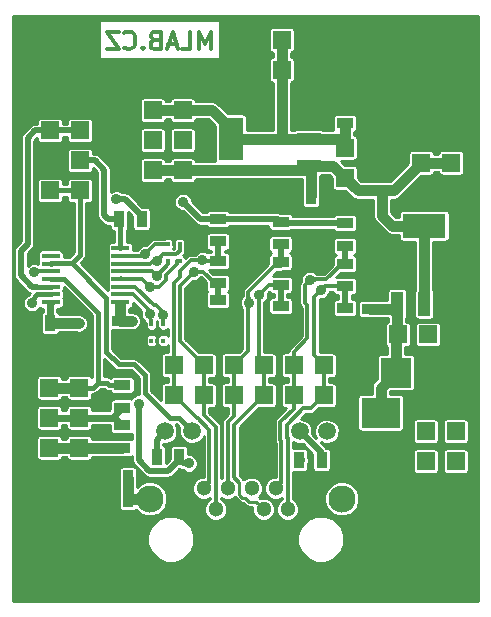
<source format=gbr>
G04 #@! TF.FileFunction,Copper,L2,Bot,Signal*
%FSLAX46Y46*%
G04 Gerber Fmt 4.6, Leading zero omitted, Abs format (unit mm)*
G04 Created by KiCad (PCBNEW 0.201602161416+6560~42~ubuntu15.10.1-product) date St 17. únor 2016, 15:50:26 CET*
%MOMM*%
G01*
G04 APERTURE LIST*
%ADD10C,0.300000*%
%ADD11C,2.300000*%
%ADD12C,1.300000*%
%ADD13C,1.500000*%
%ADD14R,1.524000X1.524000*%
%ADD15R,1.397000X0.889000*%
%ADD16R,0.889000X1.397000*%
%ADD17C,6.000000*%
%ADD18R,3.657600X2.032000*%
%ADD19R,1.016000X2.032000*%
%ADD20R,2.032000X3.657600*%
%ADD21R,2.032000X1.016000*%
%ADD22R,1.500000X0.450000*%
%ADD23R,2.550160X2.499360*%
%ADD24R,0.299720X0.449580*%
%ADD25R,3.299460X2.499360*%
%ADD26C,0.890000*%
%ADD27C,0.400000*%
%ADD28C,0.900000*%
%ADD29C,0.500000*%
%ADD30C,0.250000*%
%ADD31C,0.600000*%
%ADD32C,0.254000*%
G04 APERTURE END LIST*
D10*
X17338928Y47327429D02*
X17338928Y48827429D01*
X16838928Y47756000D01*
X16338928Y48827429D01*
X16338928Y47327429D01*
X14910356Y47327429D02*
X15624642Y47327429D01*
X15624642Y48827429D01*
X14481785Y47756000D02*
X13767499Y47756000D01*
X14624642Y47327429D02*
X14124642Y48827429D01*
X13624642Y47327429D01*
X12624642Y48113143D02*
X12410356Y48041714D01*
X12338928Y47970286D01*
X12267499Y47827429D01*
X12267499Y47613143D01*
X12338928Y47470286D01*
X12410356Y47398857D01*
X12553214Y47327429D01*
X13124642Y47327429D01*
X13124642Y48827429D01*
X12624642Y48827429D01*
X12481785Y48756000D01*
X12410356Y48684571D01*
X12338928Y48541714D01*
X12338928Y48398857D01*
X12410356Y48256000D01*
X12481785Y48184571D01*
X12624642Y48113143D01*
X13124642Y48113143D01*
X11624642Y47470286D02*
X11553214Y47398857D01*
X11624642Y47327429D01*
X11696071Y47398857D01*
X11624642Y47470286D01*
X11624642Y47327429D01*
X10053213Y47470286D02*
X10124642Y47398857D01*
X10338928Y47327429D01*
X10481785Y47327429D01*
X10696070Y47398857D01*
X10838928Y47541714D01*
X10910356Y47684571D01*
X10981785Y47970286D01*
X10981785Y48184571D01*
X10910356Y48470286D01*
X10838928Y48613143D01*
X10696070Y48756000D01*
X10481785Y48827429D01*
X10338928Y48827429D01*
X10124642Y48756000D01*
X10053213Y48684571D01*
X9553213Y48827429D02*
X8553213Y48827429D01*
X9553213Y47327429D01*
X8553213Y47327429D01*
D11*
X28450000Y9272000D03*
X12190000Y9272000D03*
D12*
X17780000Y8382000D03*
X19810000Y8382000D03*
X21840000Y8382000D03*
X23870000Y8382000D03*
X16760000Y10162000D03*
X18790000Y10162000D03*
X20820000Y10162000D03*
X22850000Y10162000D03*
D13*
X27180000Y14982000D03*
X24890000Y14982000D03*
X15750000Y14982000D03*
X13460000Y14982000D03*
D14*
X35560000Y17526000D03*
X38100000Y17526000D03*
X35560000Y14986000D03*
X38100000Y14986000D03*
X35560000Y12446000D03*
X38100000Y12446000D03*
X35560000Y9906000D03*
X38100000Y9906000D03*
D15*
X30861000Y25336500D03*
X30861000Y23431500D03*
X31877000Y35369500D03*
X31877000Y37274500D03*
D16*
X25844500Y34925000D03*
X23939500Y34925000D03*
D15*
X28702000Y41084500D03*
X28702000Y42989500D03*
D16*
X3746500Y24130000D03*
X1841500Y24130000D03*
D14*
X14224000Y18034000D03*
X14224000Y20574000D03*
X16764000Y18034000D03*
X16764000Y20574000D03*
X19304000Y18034000D03*
X19304000Y20574000D03*
X21844000Y18034000D03*
X21844000Y20574000D03*
X24384000Y18034000D03*
X24384000Y20574000D03*
X26924000Y18034000D03*
X26924000Y20574000D03*
X35179000Y40259000D03*
X37719000Y40259000D03*
X35179000Y37719000D03*
X37719000Y37719000D03*
X35179000Y35179000D03*
X37719000Y35179000D03*
X28702000Y38989000D03*
X28702000Y36449000D03*
X14986000Y37084000D03*
X14986000Y39624000D03*
X14986000Y42164000D03*
X20828000Y45593000D03*
X20828000Y48133000D03*
X23368000Y45593000D03*
X23368000Y48133000D03*
X25908000Y45593000D03*
X25908000Y48133000D03*
X3746500Y37909500D03*
X6286500Y37909500D03*
X6286500Y40449500D03*
X3746500Y40449500D03*
X6223000Y21209000D03*
X3683000Y21209000D03*
X6223000Y13589000D03*
X3683000Y13589000D03*
X6223000Y16129000D03*
X3683000Y16129000D03*
X6223000Y18669000D03*
X3683000Y18669000D03*
X6223000Y11049000D03*
X3683000Y11049000D03*
D17*
X5080000Y45720000D03*
X35560000Y5080000D03*
X5080000Y5080000D03*
X35560000Y45720000D03*
D16*
X24828500Y12573000D03*
X26733500Y12573000D03*
X14668500Y12827000D03*
X12763500Y12827000D03*
D15*
X17957800Y32956500D03*
X17957800Y31051500D03*
X17945100Y29413200D03*
X17945100Y27508200D03*
X17970500Y26098500D03*
X17970500Y24193500D03*
X23266400Y32727900D03*
X23266400Y30822900D03*
X23266400Y29298900D03*
X23266400Y27393900D03*
X23266400Y25565100D03*
X23266400Y23660100D03*
X28702000Y32600900D03*
X28702000Y30695900D03*
X28702000Y29171900D03*
X28702000Y27266900D03*
X28702000Y25438100D03*
X28702000Y23533100D03*
D16*
X9588500Y32956500D03*
X11493500Y32956500D03*
D15*
X9875520Y16987520D03*
X9875520Y18892520D03*
D18*
X35433000Y32385000D03*
D19*
X35433000Y25781000D03*
X33147000Y25781000D03*
X37719000Y25781000D03*
D20*
X19050000Y39751000D03*
D21*
X25654000Y39751000D03*
X25654000Y37465000D03*
X25654000Y42037000D03*
D22*
X3806400Y25919000D03*
X3806400Y26569000D03*
X3806400Y27219000D03*
X3806400Y27869000D03*
X3806400Y28519000D03*
X3806400Y29169000D03*
X3806400Y29819000D03*
X3806400Y30469000D03*
X9706400Y30469000D03*
X9706400Y29819000D03*
X9706400Y29169000D03*
X9706400Y28519000D03*
X9706400Y27869000D03*
X9706400Y27219000D03*
X9706400Y26569000D03*
X9706400Y25919000D03*
D23*
X38084760Y19939000D03*
X33035240Y19939000D03*
D15*
X9652000Y24320500D03*
X9652000Y22415500D03*
D24*
X13327380Y22666960D03*
X12326620Y22666960D03*
X13327380Y24069040D03*
X12827000Y22666960D03*
X12326620Y24069040D03*
X13723620Y30800040D03*
X14724380Y30800040D03*
X13723620Y29397960D03*
X14224000Y30800040D03*
X14724380Y29397960D03*
D14*
X12446000Y37084000D03*
X12446000Y39624000D03*
X12446000Y42164000D03*
X33210500Y23177500D03*
X35750500Y23177500D03*
D15*
X9842500Y15494000D03*
X9842500Y13589000D03*
D14*
X6286500Y35369500D03*
X3746500Y35369500D03*
D16*
X10350500Y9271000D03*
X8445500Y9271000D03*
X8445500Y10985500D03*
X10350500Y10985500D03*
D25*
X31750000Y9743440D03*
X31750000Y16545560D03*
D26*
X23114000Y21844000D03*
X23114000Y22733000D03*
X12446000Y21463000D03*
X12700000Y20193000D03*
X16764000Y22034500D03*
X18478500Y22034500D03*
X12700000Y18796000D03*
X24892000Y12509500D03*
X15494000Y12255500D03*
X10673078Y24302720D03*
X11272520Y17332960D03*
X15013002Y34417000D03*
X6212840Y24109681D03*
X9372600Y34625278D03*
X2413000Y28448000D03*
X16637000Y29464000D03*
X11811000Y29972000D03*
X15924765Y28507789D03*
X12775132Y29436956D03*
X21443851Y26542524D03*
X12770702Y28160372D03*
X12192000Y27178000D03*
X20569627Y25875237D03*
X25776627Y27817373D03*
X13322300Y24866600D03*
X26670000Y26924000D03*
X12192000Y24892000D03*
X2225040Y25852120D03*
D27*
X23266400Y23660100D02*
X22885400Y22961600D01*
X22885400Y22961600D02*
X23114000Y22733000D01*
D10*
X12306300Y21602700D02*
X12446000Y21463000D01*
X9652000Y22415500D02*
X12306300Y21602700D01*
X12946380Y19946620D02*
X12700000Y20193000D01*
X12700000Y18796000D02*
X12946380Y19946620D01*
X23266400Y23660100D02*
X23266400Y23456900D01*
X23266400Y23456900D02*
X22686566Y21854301D01*
X17970500Y24193500D02*
X17970500Y22542500D01*
X17970500Y22542500D02*
X18478500Y22034500D01*
D28*
X31877000Y35369500D02*
X31877000Y33212200D01*
X31877000Y33212200D02*
X32704200Y32385000D01*
X32704200Y32385000D02*
X35433000Y32385000D01*
X35433000Y25781000D02*
X35433000Y32385000D01*
X14986000Y37084000D02*
X25273000Y37084000D01*
X25273000Y37084000D02*
X25654000Y37465000D01*
X12446000Y37084000D02*
X14986000Y37084000D01*
X32829500Y35369500D02*
X31877000Y35369500D01*
X35179000Y37719000D02*
X32829500Y35369500D01*
X29781500Y35369500D02*
X28702000Y36449000D01*
X31877000Y35369500D02*
X29781500Y35369500D01*
X27686000Y37465000D02*
X28702000Y36449000D01*
X25654000Y37465000D02*
X27686000Y37465000D01*
X25844500Y37274500D02*
X25654000Y37465000D01*
X25844500Y34925000D02*
X25844500Y37274500D01*
X35179000Y37719000D02*
X37719000Y37719000D01*
X25654000Y39751000D02*
X23368000Y39751000D01*
X23368000Y39751000D02*
X19050000Y39751000D01*
X23368000Y45593000D02*
X23368000Y43931000D01*
X23368000Y43931000D02*
X23368000Y39751000D01*
X19050000Y40576500D02*
X17462500Y42164000D01*
X17462500Y42164000D02*
X14986000Y42164000D01*
X19050000Y39751000D02*
X19050000Y40576500D01*
X25654000Y39751000D02*
X28687783Y39751000D01*
X28687783Y39751000D02*
X28702000Y39765217D01*
X28702000Y39765217D02*
X28702000Y38989000D01*
X28702000Y41084500D02*
X28702000Y39765217D01*
X23368000Y48133000D02*
X23368000Y45593000D01*
X12446000Y42164000D02*
X14986000Y42164000D01*
D29*
X24828500Y12573000D02*
X24892000Y12509500D01*
X14986000Y12255500D02*
X15069736Y12255500D01*
X14668500Y12573000D02*
X14986000Y12255500D01*
X15069736Y12255500D02*
X15494000Y12255500D01*
X14668500Y12827000D02*
X14668500Y12573000D01*
D28*
X9652000Y24320500D02*
X9669780Y24302720D01*
X10248814Y24302720D02*
X10673078Y24302720D01*
X9669780Y24302720D02*
X10248814Y24302720D01*
D29*
X11272520Y16908696D02*
X11272520Y17332960D01*
X11272520Y12524656D02*
X11272520Y16908696D01*
X13724000Y11628500D02*
X12168676Y11628500D01*
X14668500Y12573000D02*
X13724000Y11628500D01*
X12168676Y11628500D02*
X11272520Y12524656D01*
D30*
X9706400Y25919000D02*
X9706400Y24374900D01*
X9706400Y24374900D02*
X9652000Y24320500D01*
D29*
X28702000Y32600900D02*
X23393400Y32600900D01*
X23393400Y32600900D02*
X23266400Y32727900D01*
X17957800Y32956500D02*
X23037800Y32956500D01*
X23037800Y32956500D02*
X23266400Y32727900D01*
X17957800Y32956500D02*
X16473502Y32956500D01*
X16473502Y32956500D02*
X15013002Y34417000D01*
D28*
X9652000Y24320500D02*
X9652000Y25665000D01*
X9652000Y25665000D02*
X9680999Y25693999D01*
X9680999Y25693999D02*
X9706400Y25693999D01*
X6192521Y24130000D02*
X6212840Y24109681D01*
X3746500Y24130000D02*
X6192521Y24130000D01*
D29*
X9796864Y34625278D02*
X9372600Y34625278D01*
X10078722Y34625278D02*
X9796864Y34625278D01*
X11493500Y33210500D02*
X10078722Y34625278D01*
X11493500Y32956500D02*
X11493500Y33210500D01*
D31*
X8702040Y16129000D02*
X9017000Y16129000D01*
X6223000Y16129000D02*
X8702040Y16129000D01*
X8702040Y16129000D02*
X9207500Y16129000D01*
X9207500Y16129000D02*
X9842500Y15494000D01*
X9017000Y16129000D02*
X9875520Y16987520D01*
X3746500Y24130000D02*
X3746500Y25784099D01*
X3746500Y25784099D02*
X3806400Y25843999D01*
X3873500Y24257000D02*
X3746500Y24130000D01*
X6223000Y16129000D02*
X3683000Y16129000D01*
D29*
X12763500Y12827000D02*
X12763500Y14285500D01*
X12763500Y14285500D02*
X13460000Y14982000D01*
D27*
X6286500Y35369500D02*
X3746500Y35369500D01*
X5594714Y29223288D02*
X6286500Y29915074D01*
X6286500Y29915074D02*
X6286500Y35369500D01*
X13925783Y16088215D02*
X14643785Y16088215D01*
X5594714Y29223288D02*
X8509000Y26309002D01*
X8509000Y26309002D02*
X8509000Y21695498D01*
X11811000Y18202998D02*
X13925783Y16088215D01*
X4876401Y29193999D02*
X4905690Y29223288D01*
X8509000Y21695498D02*
X9547997Y20656501D01*
X15000001Y15731999D02*
X15750000Y14982000D01*
X14643785Y16088215D02*
X15000001Y15731999D01*
X11811000Y19706502D02*
X11811000Y18202998D01*
X9547997Y20656501D02*
X10861001Y20656501D01*
X4905690Y29223288D02*
X5594714Y29223288D01*
X3831399Y29193999D02*
X4876401Y29193999D01*
X3806400Y29169000D02*
X3831399Y29193999D01*
X10861001Y20656501D02*
X11811000Y19706502D01*
D29*
X26733500Y12573000D02*
X26733500Y13138500D01*
X26733500Y13138500D02*
X24890000Y14982000D01*
D10*
X3806400Y28519000D02*
X2484000Y28519000D01*
X2484000Y28519000D02*
X2413000Y28448000D01*
X16637000Y29464000D02*
X15704374Y29464000D01*
X15704374Y29464000D02*
X14776870Y28536496D01*
X14776870Y28536496D02*
X14776870Y28067000D01*
X14776870Y28067000D02*
X14224000Y27514130D01*
X14224000Y27514130D02*
X14224000Y20574000D01*
X17945100Y29413200D02*
X16687800Y29413200D01*
X16687800Y29413200D02*
X16637000Y29464000D01*
X11811000Y29972000D02*
X12639040Y30800040D01*
X12639040Y30800040D02*
X13723620Y30800040D01*
X9706400Y29819000D02*
X11658000Y29819000D01*
X11658000Y29819000D02*
X11811000Y29972000D01*
X13013917Y30800040D02*
X13223620Y30800040D01*
X13223620Y30800040D02*
X13723620Y30800040D01*
X17945100Y29413200D02*
X17691100Y29413200D01*
X17691100Y29413200D02*
X17621654Y29343754D01*
X14224000Y18034000D02*
X14224000Y20574000D01*
X18199100Y29413200D02*
X17945100Y29413200D01*
X16760000Y10162000D02*
X17230001Y10632001D01*
X16175999Y16082001D02*
X14224000Y18034000D01*
X17230001Y10632001D02*
X17230001Y15130001D01*
X17230001Y15130001D02*
X16278001Y16082001D01*
X16278001Y16082001D02*
X16175999Y16082001D01*
D29*
X17945100Y29413200D02*
X17945100Y31038800D01*
X17945100Y31038800D02*
X17957800Y31051500D01*
D10*
X16764000Y20574000D02*
X14724010Y22613990D01*
X14724010Y22613990D02*
X14724010Y27307020D01*
X14724010Y27307020D02*
X15479766Y28062776D01*
X15479766Y28062790D02*
X15924765Y28507789D01*
X15479766Y28062776D02*
X15479766Y28062790D01*
X17691100Y27508200D02*
X16691511Y28507789D01*
X16691511Y28507789D02*
X15924765Y28507789D01*
X17945100Y27508200D02*
X17691100Y27508200D01*
X14724380Y30800040D02*
X14724380Y30275250D01*
X13310927Y29972751D02*
X13220131Y29881955D01*
X14724380Y30275250D02*
X14421881Y29972751D01*
X14421881Y29972751D02*
X13310927Y29972751D01*
X13220131Y29881955D02*
X12775132Y29436956D01*
X9706400Y29169000D02*
X12184602Y29169000D01*
X12184602Y29169000D02*
X12452558Y29436956D01*
X12452558Y29436956D02*
X12775132Y29436956D01*
D29*
X17970500Y26098500D02*
X17970500Y27482800D01*
D10*
X17691100Y27508200D02*
X17602198Y27508200D01*
X16764000Y20574000D02*
X16108401Y21229599D01*
X16764000Y18034000D02*
X16764000Y20574000D01*
X18199100Y27508200D02*
X17945100Y27508200D01*
D29*
X17970500Y27482800D02*
X17945100Y27508200D01*
D10*
X17780000Y15357806D02*
X16764000Y16373806D01*
X16764000Y16373806D02*
X16764000Y18034000D01*
X17780000Y8382000D02*
X17780000Y15357806D01*
D29*
X17957800Y27495500D02*
X17945100Y27508200D01*
D10*
X9706400Y28519000D02*
X12412074Y28519000D01*
X12412074Y28519000D02*
X12770702Y28160372D01*
X13723620Y29397960D02*
X13723620Y29113304D01*
X13723620Y29113304D02*
X12770702Y28160386D01*
X12770702Y28160386D02*
X12770702Y28160372D01*
X21844000Y20574000D02*
X21399500Y21018500D01*
X21399500Y21018500D02*
X21399500Y26498173D01*
X21399500Y26498173D02*
X21443851Y26542524D01*
X23266400Y27393900D02*
X22250400Y27393900D01*
X22250400Y27393900D02*
X21399024Y26542524D01*
X21399024Y26542524D02*
X21443851Y26542524D01*
X23266400Y27393900D02*
X22961600Y27393900D01*
D29*
X23266400Y25565100D02*
X23266400Y27393900D01*
D30*
X19790001Y10642001D02*
X19790001Y9618119D01*
X19790001Y9618119D02*
X20033581Y9374539D01*
X20033581Y9374539D02*
X20236781Y9374539D01*
X21840000Y8382000D02*
X21190001Y9031999D01*
X21190001Y9031999D02*
X20579321Y9031999D01*
X20579321Y9031999D02*
X20236781Y9374539D01*
D10*
X19339999Y11092003D02*
X19790001Y10642001D01*
X19339999Y15529999D02*
X19339999Y11092003D01*
X21844000Y18034000D02*
X21844000Y20574000D01*
X19339999Y15529999D02*
X19692908Y15882908D01*
X19692908Y15882908D02*
X21844000Y18034000D01*
X11520582Y27869000D02*
X11520582Y27849418D01*
X11520582Y27849418D02*
X12192000Y27178000D01*
X14724380Y29397960D02*
X14474000Y29397960D01*
X14474000Y29397960D02*
X14474000Y29156564D01*
X14474000Y29156564D02*
X13565703Y28248267D01*
X13565703Y28248267D02*
X13565703Y27778771D01*
X13565703Y27778771D02*
X12964932Y27178000D01*
X12964932Y27178000D02*
X12192000Y27178000D01*
X9706400Y27869000D02*
X11520582Y27869000D01*
X19304000Y20574000D02*
X20510500Y21780500D01*
X20510500Y21780500D02*
X20510500Y25816110D01*
X20510500Y25816110D02*
X20569627Y25875237D01*
X20569627Y25875237D02*
X20569627Y26240127D01*
X20569627Y26240127D02*
X20545372Y26264382D01*
X20545372Y26264382D02*
X20545372Y26768372D01*
X20545372Y26768372D02*
X22733000Y28956000D01*
X22733000Y28956000D02*
X23266400Y28956000D01*
X23266400Y28956000D02*
X23266400Y29298900D01*
X23266400Y29298900D02*
X23012400Y29298900D01*
X19304000Y18034000D02*
X19304000Y20574000D01*
X18790000Y15757817D02*
X19304000Y16271817D01*
X18790000Y10162000D02*
X18790000Y15757817D01*
X19304000Y16271817D02*
X19304000Y18034000D01*
X9706400Y27869000D02*
X9781399Y27943999D01*
D29*
X23266400Y29298900D02*
X23266400Y30822900D01*
D10*
X25527000Y22860000D02*
X25527000Y25654000D01*
X25527000Y25654000D02*
X25331628Y25849372D01*
X25331628Y25849372D02*
X25331628Y27372374D01*
X25331628Y27372374D02*
X25776627Y27817373D01*
X25776627Y27817373D02*
X26141517Y27817373D01*
X26141517Y27817373D02*
X26165772Y27841628D01*
X26165772Y27841628D02*
X27117728Y27841628D01*
X27117728Y27841628D02*
X28448000Y29171900D01*
X28448000Y29171900D02*
X28702000Y29171900D01*
X13322300Y24866600D02*
X13322300Y25042442D01*
X13322300Y25042442D02*
X12703141Y25661601D01*
X12703141Y25661601D02*
X12527313Y25661601D01*
X13327380Y24069040D02*
X13327380Y24861520D01*
X13327380Y24861520D02*
X13322300Y24866600D01*
X9706400Y27219000D02*
X10969914Y27219000D01*
X10969914Y27219000D02*
X12527313Y25661601D01*
X24384000Y20574000D02*
X24384000Y21717000D01*
X24384000Y21717000D02*
X25527000Y22860000D01*
X24384000Y18034000D02*
X24384000Y16898908D01*
X23320001Y15834909D02*
X23320001Y15817807D01*
X24384000Y16898908D02*
X23320001Y15834909D01*
X23240009Y14226185D02*
X23320001Y14146193D01*
X23320001Y10632001D02*
X22850000Y10162000D01*
X23320001Y15817807D02*
X23240008Y15737814D01*
X23240008Y15737814D02*
X23240009Y14226185D01*
X23320001Y14146193D02*
X23320001Y10632001D01*
X24384000Y20574000D02*
X24384000Y20637500D01*
X28473400Y29171900D02*
X28702000Y29171900D01*
X24384000Y18034000D02*
X24384000Y20574000D01*
X22852380Y10159620D02*
X22850000Y10162000D01*
D29*
X28702000Y29171900D02*
X28702000Y30695900D01*
D10*
X9706400Y26569000D02*
X10756400Y26569000D01*
X10756400Y26569000D02*
X12192000Y25133400D01*
X12192000Y25133400D02*
X12192000Y24892000D01*
X26924000Y20574000D02*
X26098500Y21399500D01*
X26098500Y21399500D02*
X26098500Y26352500D01*
X26098500Y26352500D02*
X26670000Y26924000D01*
X28702000Y27266900D02*
X27012900Y27266900D01*
X27012900Y27266900D02*
X26670000Y26924000D01*
X12326620Y24069040D02*
X12197080Y24886920D01*
X12197080Y24886920D02*
X12192000Y24892000D01*
X26924000Y18034000D02*
X25811999Y16921999D01*
X23789999Y14453999D02*
X23870000Y14373998D01*
X25811999Y16921999D02*
X25184907Y16921999D01*
X25184907Y16921999D02*
X23870000Y15607092D01*
X23870000Y15607092D02*
X23870000Y15590002D01*
X23870000Y15590002D02*
X23789999Y15510001D01*
X23789999Y15510001D02*
X23789999Y14453999D01*
X23870000Y14373998D02*
X23870000Y10632000D01*
X23870000Y10632000D02*
X23870000Y8382000D01*
X26924000Y20574000D02*
X26924000Y20637500D01*
X28486100Y27266900D02*
X28702000Y27266900D01*
X26924000Y18034000D02*
X26924000Y20574000D01*
D29*
X28702000Y25438100D02*
X28702000Y27266900D01*
X8318500Y33274000D02*
X8318500Y37139500D01*
X8318500Y37139500D02*
X7548500Y37909500D01*
X7548500Y37909500D02*
X6286500Y37909500D01*
X8326500Y33274000D02*
X8318500Y33274000D01*
X9588500Y32956500D02*
X8644000Y32956500D01*
X8644000Y32956500D02*
X8326500Y33274000D01*
D27*
X9706400Y30469000D02*
X9706400Y32838600D01*
X9706400Y32838600D02*
X9588500Y32956500D01*
X2225040Y26137640D02*
X2225040Y25852120D01*
X2656400Y26569000D02*
X2225040Y26137640D01*
X3806400Y26569000D02*
X2656400Y26569000D01*
D28*
X9842500Y13589000D02*
X6223000Y13589000D01*
X6223000Y13589000D02*
X3683000Y13589000D01*
D27*
X7814690Y19098690D02*
X7810500Y19094500D01*
X7814690Y25010710D02*
X7814690Y19098690D01*
X4956400Y27869000D02*
X7814690Y25010710D01*
X3806400Y27869000D02*
X4956400Y27869000D01*
X9875520Y18892520D02*
X8777020Y18892520D01*
X8777020Y18892520D02*
X8575040Y19094500D01*
X8575040Y19094500D02*
X7810500Y19094500D01*
X6223000Y18669000D02*
X7385000Y18669000D01*
X7385000Y18669000D02*
X7810500Y19094500D01*
D28*
X6223000Y18669000D02*
X3683000Y18669000D01*
D29*
X2230406Y27219000D02*
X1270000Y28179406D01*
X1850959Y39815959D02*
X1850959Y30861000D01*
X1270000Y28179406D02*
X1270000Y30280041D01*
X1270000Y30280041D02*
X1850959Y30861000D01*
X2304406Y27219000D02*
X2230406Y27219000D01*
D27*
X3806400Y27219000D02*
X2304406Y27219000D01*
X2304406Y27219000D02*
X1270000Y28253406D01*
D29*
X3746500Y40449500D02*
X2484500Y40449500D01*
X2484500Y40449500D02*
X1850959Y39815959D01*
X2367965Y27219010D02*
X2671388Y27219010D01*
D27*
X3806400Y27219000D02*
X2671398Y27219000D01*
X2671398Y27219000D02*
X2671388Y27219010D01*
D29*
X6286500Y40449500D02*
X3746500Y40449500D01*
D28*
X31750000Y16545560D02*
X31750000Y18653760D01*
X31750000Y18653760D02*
X33035240Y19939000D01*
X32702500Y25336500D02*
X33147000Y25781000D01*
X30861000Y25336500D02*
X32702500Y25336500D01*
X33035240Y23002240D02*
X33210500Y23177500D01*
X33035240Y19939000D02*
X33035240Y23002240D01*
X33147000Y23241000D02*
X33210500Y23177500D01*
X33147000Y25781000D02*
X33147000Y23241000D01*
X10350500Y9271000D02*
X12189000Y9271000D01*
X12189000Y9271000D02*
X12190000Y9272000D01*
X10350500Y10985500D02*
X10350500Y9271000D01*
D32*
G36*
X40009000Y631000D02*
X631000Y631000D01*
X631000Y5450476D01*
X11992657Y5450476D01*
X12293003Y4723582D01*
X12848657Y4166958D01*
X13575025Y3865344D01*
X14361524Y3864657D01*
X15088418Y4165003D01*
X15645042Y4720657D01*
X15946656Y5447025D01*
X15946659Y5450476D01*
X24692657Y5450476D01*
X24993003Y4723582D01*
X25548657Y4166958D01*
X26275025Y3865344D01*
X27061524Y3864657D01*
X27788418Y4165003D01*
X28345042Y4720657D01*
X28646656Y5447025D01*
X28647343Y6233524D01*
X28346997Y6960418D01*
X27791343Y7517042D01*
X27064975Y7818656D01*
X26278476Y7819343D01*
X25551582Y7518997D01*
X24994958Y6963343D01*
X24693344Y6236975D01*
X24692657Y5450476D01*
X15946659Y5450476D01*
X15947343Y6233524D01*
X15646997Y6960418D01*
X15091343Y7517042D01*
X14364975Y7818656D01*
X13578476Y7819343D01*
X12851582Y7518997D01*
X12294958Y6963343D01*
X11993344Y6236975D01*
X11992657Y5450476D01*
X631000Y5450476D01*
X631000Y11684000D01*
X9572594Y11684000D01*
X9572594Y10287000D01*
X9573500Y10282445D01*
X9573500Y9974055D01*
X9572594Y9969500D01*
X9572594Y8572500D01*
X9597973Y8444911D01*
X9670246Y8336746D01*
X9778411Y8264473D01*
X9906000Y8239094D01*
X10795000Y8239094D01*
X10922589Y8264473D01*
X11030754Y8336746D01*
X11033118Y8340284D01*
X11352254Y8020591D01*
X11894918Y7795257D01*
X12482505Y7794744D01*
X13025560Y8019130D01*
X13441409Y8434254D01*
X13666743Y8976918D01*
X13667256Y9564505D01*
X13442870Y10107560D01*
X13027746Y10523409D01*
X12485082Y10748743D01*
X11897495Y10749256D01*
X11354440Y10524870D01*
X11128406Y10299230D01*
X11128406Y11684000D01*
X11103027Y11811589D01*
X11030754Y11919754D01*
X10922589Y11992027D01*
X10795000Y12017406D01*
X9906000Y12017406D01*
X9778411Y11992027D01*
X9670246Y11919754D01*
X9597973Y11811589D01*
X9572594Y11684000D01*
X631000Y11684000D01*
X631000Y30280041D01*
X692999Y30280041D01*
X693000Y30280036D01*
X693000Y28179411D01*
X692999Y28179406D01*
X736922Y27958598D01*
X861999Y27771405D01*
X1822403Y26811002D01*
X1822405Y26810999D01*
X2009598Y26685922D01*
X2024974Y26682864D01*
X1891873Y26549763D01*
X1788309Y26506971D01*
X1570952Y26289994D01*
X1453175Y26006354D01*
X1452907Y25699233D01*
X1570189Y25415389D01*
X1787166Y25198032D01*
X2070806Y25080255D01*
X2377927Y25079987D01*
X2661771Y25197269D01*
X2879128Y25414246D01*
X2880729Y25418100D01*
X2928811Y25385973D01*
X3056400Y25360594D01*
X3119500Y25360594D01*
X3119500Y25099837D01*
X3066246Y25064254D01*
X2993973Y24956089D01*
X2968594Y24828500D01*
X2968594Y23431500D01*
X2993973Y23303911D01*
X3066246Y23195746D01*
X3174411Y23123473D01*
X3302000Y23098094D01*
X4191000Y23098094D01*
X4318589Y23123473D01*
X4426754Y23195746D01*
X4499027Y23303911D01*
X4508791Y23353000D01*
X6022039Y23353000D01*
X6058606Y23337816D01*
X6187591Y23337703D01*
X6212840Y23332681D01*
X6237869Y23337660D01*
X6365727Y23337548D01*
X6484939Y23386805D01*
X6510184Y23391827D01*
X6531399Y23406002D01*
X6649571Y23454830D01*
X6740858Y23545957D01*
X6762262Y23560259D01*
X6776438Y23581476D01*
X6866928Y23671807D01*
X6916394Y23790936D01*
X6930694Y23812337D01*
X6935672Y23837361D01*
X6984705Y23955447D01*
X6984818Y24084432D01*
X6989840Y24109681D01*
X6984861Y24134710D01*
X6984973Y24262568D01*
X6935716Y24381779D01*
X6930694Y24407026D01*
X6916518Y24428242D01*
X6867691Y24546412D01*
X6776564Y24637699D01*
X6762262Y24659103D01*
X6741943Y24679422D01*
X6720833Y24693527D01*
X6650714Y24763769D01*
X6558243Y24802166D01*
X6489866Y24847854D01*
X6409913Y24863758D01*
X6367074Y24881546D01*
X6320281Y24881587D01*
X6192521Y24907000D01*
X4508791Y24907000D01*
X4499027Y24956089D01*
X4426754Y25064254D01*
X4373500Y25099837D01*
X4373500Y25360594D01*
X4556400Y25360594D01*
X4683989Y25385973D01*
X4792154Y25458246D01*
X4864427Y25566411D01*
X4889806Y25694000D01*
X4889806Y26144000D01*
X4869915Y26244000D01*
X4889806Y26344000D01*
X4889806Y26794000D01*
X4869915Y26894000D01*
X4889806Y26994000D01*
X4889806Y27190304D01*
X7287690Y24792419D01*
X7287690Y19566576D01*
X7220754Y19666754D01*
X7112589Y19739027D01*
X6985000Y19764406D01*
X5461000Y19764406D01*
X5333411Y19739027D01*
X5225246Y19666754D01*
X5152973Y19558589D01*
X5130578Y19446000D01*
X4775422Y19446000D01*
X4753027Y19558589D01*
X4680754Y19666754D01*
X4572589Y19739027D01*
X4445000Y19764406D01*
X2921000Y19764406D01*
X2793411Y19739027D01*
X2685246Y19666754D01*
X2612973Y19558589D01*
X2587594Y19431000D01*
X2587594Y17907000D01*
X2612973Y17779411D01*
X2685246Y17671246D01*
X2793411Y17598973D01*
X2921000Y17573594D01*
X4445000Y17573594D01*
X4572589Y17598973D01*
X4680754Y17671246D01*
X4753027Y17779411D01*
X4775422Y17892000D01*
X5130578Y17892000D01*
X5152973Y17779411D01*
X5225246Y17671246D01*
X5333411Y17598973D01*
X5461000Y17573594D01*
X6985000Y17573594D01*
X7112589Y17598973D01*
X7220754Y17671246D01*
X7293027Y17779411D01*
X7318406Y17907000D01*
X7318406Y18142000D01*
X7385000Y18142000D01*
X7586675Y18182115D01*
X7757645Y18296355D01*
X8028790Y18567500D01*
X8356750Y18567500D01*
X8404375Y18519875D01*
X8575345Y18405635D01*
X8777020Y18365520D01*
X8860024Y18365520D01*
X8868993Y18320431D01*
X8941266Y18212266D01*
X9049431Y18139993D01*
X9177020Y18114614D01*
X10574020Y18114614D01*
X10701609Y18139993D01*
X10809774Y18212266D01*
X10882047Y18320431D01*
X10907426Y18448020D01*
X10907426Y19337020D01*
X10882047Y19464609D01*
X10809774Y19572774D01*
X10701609Y19645047D01*
X10574020Y19670426D01*
X9177020Y19670426D01*
X9049431Y19645047D01*
X8941266Y19572774D01*
X8894454Y19502714D01*
X8776715Y19581385D01*
X8575040Y19621500D01*
X8341690Y19621500D01*
X8341690Y21117518D01*
X9175352Y20283855D01*
X9346323Y20169616D01*
X9547997Y20129501D01*
X10642711Y20129501D01*
X11284000Y19488211D01*
X11284000Y18202998D01*
X11303506Y18104933D01*
X11119633Y18105093D01*
X10835789Y17987811D01*
X10618432Y17770834D01*
X10612969Y17757678D01*
X10574020Y17765426D01*
X9177020Y17765426D01*
X9049431Y17740047D01*
X8941266Y17667774D01*
X8868993Y17559609D01*
X8843614Y17432020D01*
X8843614Y16842326D01*
X8757288Y16756000D01*
X7318406Y16756000D01*
X7318406Y16891000D01*
X7293027Y17018589D01*
X7220754Y17126754D01*
X7112589Y17199027D01*
X6985000Y17224406D01*
X5461000Y17224406D01*
X5333411Y17199027D01*
X5225246Y17126754D01*
X5152973Y17018589D01*
X5127594Y16891000D01*
X5127594Y16756000D01*
X4778406Y16756000D01*
X4778406Y16891000D01*
X4753027Y17018589D01*
X4680754Y17126754D01*
X4572589Y17199027D01*
X4445000Y17224406D01*
X2921000Y17224406D01*
X2793411Y17199027D01*
X2685246Y17126754D01*
X2612973Y17018589D01*
X2587594Y16891000D01*
X2587594Y15367000D01*
X2612973Y15239411D01*
X2685246Y15131246D01*
X2793411Y15058973D01*
X2921000Y15033594D01*
X4445000Y15033594D01*
X4572589Y15058973D01*
X4680754Y15131246D01*
X4753027Y15239411D01*
X4778406Y15367000D01*
X4778406Y15502000D01*
X5127594Y15502000D01*
X5127594Y15367000D01*
X5152973Y15239411D01*
X5225246Y15131246D01*
X5333411Y15058973D01*
X5461000Y15033594D01*
X6985000Y15033594D01*
X7112589Y15058973D01*
X7220754Y15131246D01*
X7293027Y15239411D01*
X7318406Y15367000D01*
X7318406Y15502000D01*
X8810594Y15502000D01*
X8810594Y15049500D01*
X8835973Y14921911D01*
X8908246Y14813746D01*
X9016411Y14741473D01*
X9144000Y14716094D01*
X10541000Y14716094D01*
X10668589Y14741473D01*
X10695520Y14759468D01*
X10695520Y14323532D01*
X10668589Y14341527D01*
X10541000Y14366906D01*
X9144000Y14366906D01*
X9139445Y14366000D01*
X7315422Y14366000D01*
X7293027Y14478589D01*
X7220754Y14586754D01*
X7112589Y14659027D01*
X6985000Y14684406D01*
X5461000Y14684406D01*
X5333411Y14659027D01*
X5225246Y14586754D01*
X5152973Y14478589D01*
X5130578Y14366000D01*
X4775422Y14366000D01*
X4753027Y14478589D01*
X4680754Y14586754D01*
X4572589Y14659027D01*
X4445000Y14684406D01*
X2921000Y14684406D01*
X2793411Y14659027D01*
X2685246Y14586754D01*
X2612973Y14478589D01*
X2587594Y14351000D01*
X2587594Y12827000D01*
X2612973Y12699411D01*
X2685246Y12591246D01*
X2793411Y12518973D01*
X2921000Y12493594D01*
X4445000Y12493594D01*
X4572589Y12518973D01*
X4680754Y12591246D01*
X4753027Y12699411D01*
X4775422Y12812000D01*
X5130578Y12812000D01*
X5152973Y12699411D01*
X5225246Y12591246D01*
X5333411Y12518973D01*
X5461000Y12493594D01*
X6985000Y12493594D01*
X7112589Y12518973D01*
X7220754Y12591246D01*
X7293027Y12699411D01*
X7315422Y12812000D01*
X9139445Y12812000D01*
X9144000Y12811094D01*
X10541000Y12811094D01*
X10668589Y12836473D01*
X10695520Y12854468D01*
X10695520Y12524661D01*
X10695519Y12524656D01*
X10739442Y12303848D01*
X10864519Y12116655D01*
X11760675Y11220499D01*
X11947868Y11095422D01*
X12168676Y11051499D01*
X12168681Y11051500D01*
X13723995Y11051500D01*
X13724000Y11051499D01*
X13944808Y11095422D01*
X14132001Y11220499D01*
X14686502Y11775000D01*
X14728541Y11746911D01*
X14765192Y11722422D01*
X14977482Y11680193D01*
X15056126Y11601412D01*
X15339766Y11483635D01*
X15646887Y11483367D01*
X15930731Y11600649D01*
X16148088Y11817626D01*
X16265865Y12101266D01*
X16266133Y12408387D01*
X16148851Y12692231D01*
X15931874Y12909588D01*
X15648234Y13027365D01*
X15446406Y13027541D01*
X15446406Y13525500D01*
X15421027Y13653089D01*
X15348754Y13761254D01*
X15240589Y13833527D01*
X15113000Y13858906D01*
X14224000Y13858906D01*
X14096411Y13833527D01*
X13988246Y13761254D01*
X13915973Y13653089D01*
X13890594Y13525500D01*
X13890594Y12611095D01*
X13541406Y12261908D01*
X13541406Y13525500D01*
X13516027Y13653089D01*
X13443754Y13761254D01*
X13340500Y13830246D01*
X13340500Y13905103D01*
X13673289Y13904813D01*
X14069275Y14068431D01*
X14372504Y14371132D01*
X14536813Y14766832D01*
X14537187Y15195289D01*
X14385990Y15561215D01*
X14425495Y15561215D01*
X14627355Y15359354D01*
X14627358Y15359352D01*
X14707326Y15279384D01*
X14673187Y15197168D01*
X14672813Y14768711D01*
X14836431Y14372725D01*
X15139132Y14069496D01*
X15534832Y13905187D01*
X15963289Y13904813D01*
X16359275Y14068431D01*
X16662504Y14371132D01*
X16753001Y14589073D01*
X16753001Y11139007D01*
X16566515Y11139170D01*
X16207297Y10990744D01*
X15932222Y10716149D01*
X15783170Y10357190D01*
X15782830Y9968515D01*
X15931256Y9609297D01*
X16205851Y9334222D01*
X16564810Y9185170D01*
X16953485Y9184830D01*
X17303000Y9329247D01*
X17303000Y9242024D01*
X17227297Y9210744D01*
X16952222Y8936149D01*
X16803170Y8577190D01*
X16802830Y8188515D01*
X16951256Y7829297D01*
X17225851Y7554222D01*
X17584810Y7405170D01*
X17973485Y7404830D01*
X18332703Y7553256D01*
X18607778Y7827851D01*
X18756830Y8186810D01*
X18757170Y8575485D01*
X18608744Y8934703D01*
X18334149Y9209778D01*
X18257000Y9241813D01*
X18257000Y9325440D01*
X18594810Y9185170D01*
X18983485Y9184830D01*
X19342703Y9333256D01*
X19405370Y9395814D01*
X19470389Y9298507D01*
X19713969Y9054927D01*
X19860608Y8956945D01*
X20033581Y8922539D01*
X20049557Y8922539D01*
X20259709Y8712387D01*
X20406348Y8614405D01*
X20579321Y8579999D01*
X20864336Y8579999D01*
X20863170Y8577190D01*
X20862830Y8188515D01*
X21011256Y7829297D01*
X21285851Y7554222D01*
X21644810Y7405170D01*
X22033485Y7404830D01*
X22392703Y7553256D01*
X22667778Y7827851D01*
X22816830Y8186810D01*
X22817170Y8575485D01*
X22668744Y8934703D01*
X22394149Y9209778D01*
X22035190Y9358830D01*
X21646515Y9359170D01*
X21544292Y9316932D01*
X21509613Y9351611D01*
X21438614Y9399052D01*
X21647778Y9607851D01*
X21796830Y9966810D01*
X21796831Y9968515D01*
X21872830Y9968515D01*
X22021256Y9609297D01*
X22295851Y9334222D01*
X22654810Y9185170D01*
X23043485Y9184830D01*
X23393000Y9329247D01*
X23393000Y9242024D01*
X23317297Y9210744D01*
X23042222Y8936149D01*
X22893170Y8577190D01*
X22892830Y8188515D01*
X23041256Y7829297D01*
X23315851Y7554222D01*
X23674810Y7405170D01*
X24063485Y7404830D01*
X24422703Y7553256D01*
X24697778Y7827851D01*
X24846830Y8186810D01*
X24847170Y8575485D01*
X24698744Y8934703D01*
X24654031Y8979495D01*
X26972744Y8979495D01*
X27197130Y8436440D01*
X27612254Y8020591D01*
X28154918Y7795257D01*
X28742505Y7794744D01*
X29285560Y8019130D01*
X29701409Y8434254D01*
X29926743Y8976918D01*
X29927256Y9564505D01*
X29702870Y10107560D01*
X29287746Y10523409D01*
X28745082Y10748743D01*
X28157495Y10749256D01*
X27614440Y10524870D01*
X27198591Y10109746D01*
X26973257Y9567082D01*
X26972744Y8979495D01*
X24654031Y8979495D01*
X24424149Y9209778D01*
X24347000Y9241813D01*
X24347000Y11548454D01*
X24384000Y11541094D01*
X25273000Y11541094D01*
X25400589Y11566473D01*
X25508754Y11638746D01*
X25581027Y11746911D01*
X25606406Y11874500D01*
X25606406Y12216889D01*
X25663865Y12355266D01*
X25664133Y12662387D01*
X25606406Y12802097D01*
X25606406Y13271500D01*
X25581027Y13399089D01*
X25508754Y13507254D01*
X25400589Y13579527D01*
X25273000Y13604906D01*
X24384000Y13604906D01*
X24347000Y13597546D01*
X24347000Y14041315D01*
X24674832Y13905187D01*
X25103289Y13904813D01*
X25137181Y13918817D01*
X25955594Y13100405D01*
X25955594Y11874500D01*
X25980973Y11746911D01*
X26053246Y11638746D01*
X26161411Y11566473D01*
X26289000Y11541094D01*
X27178000Y11541094D01*
X27305589Y11566473D01*
X27413754Y11638746D01*
X27486027Y11746911D01*
X27511406Y11874500D01*
X27511406Y13208000D01*
X34464594Y13208000D01*
X34464594Y11684000D01*
X34489973Y11556411D01*
X34562246Y11448246D01*
X34670411Y11375973D01*
X34798000Y11350594D01*
X36322000Y11350594D01*
X36449589Y11375973D01*
X36557754Y11448246D01*
X36630027Y11556411D01*
X36655406Y11684000D01*
X36655406Y13208000D01*
X37004594Y13208000D01*
X37004594Y11684000D01*
X37029973Y11556411D01*
X37102246Y11448246D01*
X37210411Y11375973D01*
X37338000Y11350594D01*
X38862000Y11350594D01*
X38989589Y11375973D01*
X39097754Y11448246D01*
X39170027Y11556411D01*
X39195406Y11684000D01*
X39195406Y13208000D01*
X39170027Y13335589D01*
X39097754Y13443754D01*
X38989589Y13516027D01*
X38862000Y13541406D01*
X37338000Y13541406D01*
X37210411Y13516027D01*
X37102246Y13443754D01*
X37029973Y13335589D01*
X37004594Y13208000D01*
X36655406Y13208000D01*
X36630027Y13335589D01*
X36557754Y13443754D01*
X36449589Y13516027D01*
X36322000Y13541406D01*
X34798000Y13541406D01*
X34670411Y13516027D01*
X34562246Y13443754D01*
X34489973Y13335589D01*
X34464594Y13208000D01*
X27511406Y13208000D01*
X27511406Y13271500D01*
X27486027Y13399089D01*
X27413754Y13507254D01*
X27305589Y13579527D01*
X27178000Y13604906D01*
X27083095Y13604906D01*
X26653565Y14034436D01*
X26964832Y13905187D01*
X27393289Y13904813D01*
X27789275Y14068431D01*
X28092504Y14371132D01*
X28256813Y14766832D01*
X28257187Y15195289D01*
X28093569Y15591275D01*
X27790868Y15894504D01*
X27395168Y16058813D01*
X26966711Y16059187D01*
X26570725Y15895569D01*
X26267496Y15592868D01*
X26103187Y15197168D01*
X26102813Y14768711D01*
X26232037Y14455964D01*
X25953421Y14734581D01*
X25966813Y14766832D01*
X25967187Y15195289D01*
X25803569Y15591275D01*
X25500868Y15894504D01*
X25105168Y16058813D01*
X24996396Y16058908D01*
X25382487Y16444999D01*
X25811999Y16444999D01*
X25994539Y16481308D01*
X26149289Y16584709D01*
X26503174Y16938594D01*
X27686000Y16938594D01*
X27813589Y16963973D01*
X27921754Y17036246D01*
X27994027Y17144411D01*
X28019406Y17272000D01*
X28019406Y17795240D01*
X29766864Y17795240D01*
X29766864Y15295880D01*
X29792243Y15168291D01*
X29864516Y15060126D01*
X29972681Y14987853D01*
X30100270Y14962474D01*
X33399730Y14962474D01*
X33527319Y14987853D01*
X33635484Y15060126D01*
X33707757Y15168291D01*
X33733136Y15295880D01*
X33733136Y15748000D01*
X34464594Y15748000D01*
X34464594Y14224000D01*
X34489973Y14096411D01*
X34562246Y13988246D01*
X34670411Y13915973D01*
X34798000Y13890594D01*
X36322000Y13890594D01*
X36449589Y13915973D01*
X36557754Y13988246D01*
X36630027Y14096411D01*
X36655406Y14224000D01*
X36655406Y15748000D01*
X37004594Y15748000D01*
X37004594Y14224000D01*
X37029973Y14096411D01*
X37102246Y13988246D01*
X37210411Y13915973D01*
X37338000Y13890594D01*
X38862000Y13890594D01*
X38989589Y13915973D01*
X39097754Y13988246D01*
X39170027Y14096411D01*
X39195406Y14224000D01*
X39195406Y15748000D01*
X39170027Y15875589D01*
X39097754Y15983754D01*
X38989589Y16056027D01*
X38862000Y16081406D01*
X37338000Y16081406D01*
X37210411Y16056027D01*
X37102246Y15983754D01*
X37029973Y15875589D01*
X37004594Y15748000D01*
X36655406Y15748000D01*
X36630027Y15875589D01*
X36557754Y15983754D01*
X36449589Y16056027D01*
X36322000Y16081406D01*
X34798000Y16081406D01*
X34670411Y16056027D01*
X34562246Y15983754D01*
X34489973Y15875589D01*
X34464594Y15748000D01*
X33733136Y15748000D01*
X33733136Y17795240D01*
X33707757Y17922829D01*
X33635484Y18030994D01*
X33527319Y18103267D01*
X33399730Y18128646D01*
X32527000Y18128646D01*
X32527000Y18331916D01*
X32550998Y18355914D01*
X34310320Y18355914D01*
X34437909Y18381293D01*
X34546074Y18453566D01*
X34618347Y18561731D01*
X34643726Y18689320D01*
X34643726Y21188680D01*
X34618347Y21316269D01*
X34546074Y21424434D01*
X34437909Y21496707D01*
X34310320Y21522086D01*
X33812240Y21522086D01*
X33812240Y22082094D01*
X33972500Y22082094D01*
X34100089Y22107473D01*
X34208254Y22179746D01*
X34280527Y22287911D01*
X34305906Y22415500D01*
X34305906Y23939500D01*
X34655094Y23939500D01*
X34655094Y22415500D01*
X34680473Y22287911D01*
X34752746Y22179746D01*
X34860911Y22107473D01*
X34988500Y22082094D01*
X36512500Y22082094D01*
X36640089Y22107473D01*
X36748254Y22179746D01*
X36820527Y22287911D01*
X36845906Y22415500D01*
X36845906Y23939500D01*
X36820527Y24067089D01*
X36748254Y24175254D01*
X36640089Y24247527D01*
X36512500Y24272906D01*
X34988500Y24272906D01*
X34860911Y24247527D01*
X34752746Y24175254D01*
X34680473Y24067089D01*
X34655094Y23939500D01*
X34305906Y23939500D01*
X34280527Y24067089D01*
X34208254Y24175254D01*
X34100089Y24247527D01*
X33972500Y24272906D01*
X33924000Y24272906D01*
X33924000Y24579003D01*
X33963027Y24637411D01*
X33988406Y24765000D01*
X33988406Y26797000D01*
X33963027Y26924589D01*
X33890754Y27032754D01*
X33782589Y27105027D01*
X33655000Y27130406D01*
X32639000Y27130406D01*
X32511411Y27105027D01*
X32403246Y27032754D01*
X32330973Y26924589D01*
X32305594Y26797000D01*
X32305594Y26113500D01*
X31564055Y26113500D01*
X31559500Y26114406D01*
X30162500Y26114406D01*
X30034911Y26089027D01*
X29926746Y26016754D01*
X29854473Y25908589D01*
X29829094Y25781000D01*
X29829094Y24892000D01*
X29854473Y24764411D01*
X29926746Y24656246D01*
X30034911Y24583973D01*
X30162500Y24558594D01*
X31559500Y24558594D01*
X31564055Y24559500D01*
X32370000Y24559500D01*
X32370000Y24257291D01*
X32320911Y24247527D01*
X32212746Y24175254D01*
X32140473Y24067089D01*
X32115094Y23939500D01*
X32115094Y22415500D01*
X32140473Y22287911D01*
X32212746Y22179746D01*
X32258240Y22149348D01*
X32258240Y21522086D01*
X31760160Y21522086D01*
X31632571Y21496707D01*
X31524406Y21424434D01*
X31452133Y21316269D01*
X31426754Y21188680D01*
X31426754Y19429358D01*
X31200578Y19203182D01*
X31032146Y18951105D01*
X30973000Y18653760D01*
X30973000Y18128646D01*
X30100270Y18128646D01*
X29972681Y18103267D01*
X29864516Y18030994D01*
X29792243Y17922829D01*
X29766864Y17795240D01*
X28019406Y17795240D01*
X28019406Y18796000D01*
X27994027Y18923589D01*
X27921754Y19031754D01*
X27813589Y19104027D01*
X27686000Y19129406D01*
X27401000Y19129406D01*
X27401000Y19478594D01*
X27686000Y19478594D01*
X27813589Y19503973D01*
X27921754Y19576246D01*
X27994027Y19684411D01*
X28019406Y19812000D01*
X28019406Y21336000D01*
X27994027Y21463589D01*
X27921754Y21571754D01*
X27813589Y21644027D01*
X27686000Y21669406D01*
X26575500Y21669406D01*
X26575500Y26152083D01*
X26822887Y26151867D01*
X27106731Y26269149D01*
X27324088Y26486126D01*
X27441865Y26769766D01*
X27441883Y26789900D01*
X27676559Y26789900D01*
X27695473Y26694811D01*
X27767746Y26586646D01*
X27875911Y26514373D01*
X28003500Y26488994D01*
X28125000Y26488994D01*
X28125000Y26216006D01*
X28003500Y26216006D01*
X27875911Y26190627D01*
X27767746Y26118354D01*
X27695473Y26010189D01*
X27670094Y25882600D01*
X27670094Y24993600D01*
X27695473Y24866011D01*
X27767746Y24757846D01*
X27875911Y24685573D01*
X28003500Y24660194D01*
X29400500Y24660194D01*
X29528089Y24685573D01*
X29636254Y24757846D01*
X29708527Y24866011D01*
X29733906Y24993600D01*
X29733906Y25882600D01*
X29708527Y26010189D01*
X29636254Y26118354D01*
X29528089Y26190627D01*
X29400500Y26216006D01*
X29279000Y26216006D01*
X29279000Y26488994D01*
X29400500Y26488994D01*
X29528089Y26514373D01*
X29636254Y26586646D01*
X29708527Y26694811D01*
X29733906Y26822400D01*
X29733906Y27711400D01*
X29708527Y27838989D01*
X29636254Y27947154D01*
X29528089Y28019427D01*
X29400500Y28044806D01*
X28003500Y28044806D01*
X27993496Y28042816D01*
X28344674Y28393994D01*
X29400500Y28393994D01*
X29528089Y28419373D01*
X29636254Y28491646D01*
X29708527Y28599811D01*
X29733906Y28727400D01*
X29733906Y29616400D01*
X29708527Y29743989D01*
X29636254Y29852154D01*
X29528089Y29924427D01*
X29480465Y29933900D01*
X29528089Y29943373D01*
X29636254Y30015646D01*
X29708527Y30123811D01*
X29733906Y30251400D01*
X29733906Y31140400D01*
X29708527Y31267989D01*
X29636254Y31376154D01*
X29528089Y31448427D01*
X29400500Y31473806D01*
X28003500Y31473806D01*
X27875911Y31448427D01*
X27767746Y31376154D01*
X27695473Y31267989D01*
X27670094Y31140400D01*
X27670094Y30251400D01*
X27695473Y30123811D01*
X27767746Y30015646D01*
X27875911Y29943373D01*
X27923535Y29933900D01*
X27875911Y29924427D01*
X27767746Y29852154D01*
X27695473Y29743989D01*
X27670094Y29616400D01*
X27670094Y29068574D01*
X26920148Y28318628D01*
X26367067Y28318628D01*
X26214501Y28471461D01*
X25930861Y28589238D01*
X25623740Y28589506D01*
X25339896Y28472224D01*
X25122539Y28255247D01*
X25004762Y27971607D01*
X25004542Y27719868D01*
X24994338Y27709664D01*
X24890937Y27554914D01*
X24854628Y27372374D01*
X24854628Y25849372D01*
X24890937Y25666832D01*
X24994338Y25512082D01*
X25050000Y25456420D01*
X25050000Y23057580D01*
X24046710Y22054290D01*
X23943309Y21899540D01*
X23907000Y21717000D01*
X23907000Y21669406D01*
X23622000Y21669406D01*
X23494411Y21644027D01*
X23386246Y21571754D01*
X23313973Y21463589D01*
X23288594Y21336000D01*
X23288594Y19812000D01*
X23313973Y19684411D01*
X23386246Y19576246D01*
X23494411Y19503973D01*
X23622000Y19478594D01*
X23907000Y19478594D01*
X23907000Y19129406D01*
X23622000Y19129406D01*
X23494411Y19104027D01*
X23386246Y19031754D01*
X23313973Y18923589D01*
X23288594Y18796000D01*
X23288594Y17272000D01*
X23313973Y17144411D01*
X23386246Y17036246D01*
X23494411Y16963973D01*
X23622000Y16938594D01*
X23749106Y16938594D01*
X22982711Y16172199D01*
X22948273Y16120659D01*
X22902718Y16075104D01*
X22799317Y15920354D01*
X22763008Y15737814D01*
X22763009Y14226185D01*
X22799318Y14043645D01*
X22843001Y13978269D01*
X22843001Y11139007D01*
X22656515Y11139170D01*
X22297297Y10990744D01*
X22022222Y10716149D01*
X21873170Y10357190D01*
X21872830Y9968515D01*
X21796831Y9968515D01*
X21797170Y10355485D01*
X21648744Y10714703D01*
X21374149Y10989778D01*
X21015190Y11138830D01*
X20626515Y11139170D01*
X20267297Y10990744D01*
X20178720Y10902322D01*
X20127291Y10979291D01*
X19816999Y11289583D01*
X19816999Y15332419D01*
X21423174Y16938594D01*
X22606000Y16938594D01*
X22733589Y16963973D01*
X22841754Y17036246D01*
X22914027Y17144411D01*
X22939406Y17272000D01*
X22939406Y18796000D01*
X22914027Y18923589D01*
X22841754Y19031754D01*
X22733589Y19104027D01*
X22606000Y19129406D01*
X22321000Y19129406D01*
X22321000Y19478594D01*
X22606000Y19478594D01*
X22733589Y19503973D01*
X22841754Y19576246D01*
X22914027Y19684411D01*
X22939406Y19812000D01*
X22939406Y21336000D01*
X22914027Y21463589D01*
X22841754Y21571754D01*
X22733589Y21644027D01*
X22606000Y21669406D01*
X21876500Y21669406D01*
X21876500Y25885986D01*
X21880582Y25887673D01*
X22097939Y26104650D01*
X22215716Y26388290D01*
X22215975Y26684895D01*
X22297131Y26766051D01*
X22332146Y26713646D01*
X22440311Y26641373D01*
X22567900Y26615994D01*
X22689400Y26615994D01*
X22689400Y26343006D01*
X22567900Y26343006D01*
X22440311Y26317627D01*
X22332146Y26245354D01*
X22259873Y26137189D01*
X22234494Y26009600D01*
X22234494Y25120600D01*
X22259873Y24993011D01*
X22332146Y24884846D01*
X22440311Y24812573D01*
X22567900Y24787194D01*
X23964900Y24787194D01*
X24092489Y24812573D01*
X24200654Y24884846D01*
X24272927Y24993011D01*
X24298306Y25120600D01*
X24298306Y26009600D01*
X24272927Y26137189D01*
X24200654Y26245354D01*
X24092489Y26317627D01*
X23964900Y26343006D01*
X23843400Y26343006D01*
X23843400Y26615994D01*
X23964900Y26615994D01*
X24092489Y26641373D01*
X24200654Y26713646D01*
X24272927Y26821811D01*
X24298306Y26949400D01*
X24298306Y27838400D01*
X24272927Y27965989D01*
X24200654Y28074154D01*
X24092489Y28146427D01*
X23964900Y28171806D01*
X22623386Y28171806D01*
X22930580Y28479000D01*
X23266400Y28479000D01*
X23448940Y28515309D01*
X23457448Y28520994D01*
X23964900Y28520994D01*
X24092489Y28546373D01*
X24200654Y28618646D01*
X24272927Y28726811D01*
X24298306Y28854400D01*
X24298306Y29743400D01*
X24272927Y29870989D01*
X24200654Y29979154D01*
X24092489Y30051427D01*
X24044865Y30060900D01*
X24092489Y30070373D01*
X24200654Y30142646D01*
X24272927Y30250811D01*
X24298306Y30378400D01*
X24298306Y31267400D01*
X24272927Y31394989D01*
X24200654Y31503154D01*
X24092489Y31575427D01*
X23964900Y31600806D01*
X22567900Y31600806D01*
X22440311Y31575427D01*
X22332146Y31503154D01*
X22259873Y31394989D01*
X22234494Y31267400D01*
X22234494Y30378400D01*
X22259873Y30250811D01*
X22332146Y30142646D01*
X22440311Y30070373D01*
X22487935Y30060900D01*
X22440311Y30051427D01*
X22332146Y29979154D01*
X22259873Y29870989D01*
X22234494Y29743400D01*
X22234494Y29132074D01*
X20208082Y27105662D01*
X20104681Y26950912D01*
X20068372Y26768372D01*
X20068372Y26465677D01*
X19915539Y26313111D01*
X19797762Y26029471D01*
X19797494Y25722350D01*
X19914776Y25438506D01*
X20033500Y25319574D01*
X20033500Y21978080D01*
X19724826Y21669406D01*
X18542000Y21669406D01*
X18414411Y21644027D01*
X18306246Y21571754D01*
X18233973Y21463589D01*
X18208594Y21336000D01*
X18208594Y19812000D01*
X18233973Y19684411D01*
X18306246Y19576246D01*
X18414411Y19503973D01*
X18542000Y19478594D01*
X18827000Y19478594D01*
X18827000Y19129406D01*
X18542000Y19129406D01*
X18414411Y19104027D01*
X18306246Y19031754D01*
X18233973Y18923589D01*
X18208594Y18796000D01*
X18208594Y17272000D01*
X18233973Y17144411D01*
X18306246Y17036246D01*
X18414411Y16963973D01*
X18542000Y16938594D01*
X18827000Y16938594D01*
X18827000Y16469397D01*
X18452710Y16095107D01*
X18349309Y15940357D01*
X18313000Y15757817D01*
X18313000Y11022024D01*
X18257000Y10998885D01*
X18257000Y15357806D01*
X18220691Y15540346D01*
X18117290Y15695096D01*
X17241000Y16571386D01*
X17241000Y16938594D01*
X17526000Y16938594D01*
X17653589Y16963973D01*
X17761754Y17036246D01*
X17834027Y17144411D01*
X17859406Y17272000D01*
X17859406Y18796000D01*
X17834027Y18923589D01*
X17761754Y19031754D01*
X17653589Y19104027D01*
X17526000Y19129406D01*
X17241000Y19129406D01*
X17241000Y19478594D01*
X17526000Y19478594D01*
X17653589Y19503973D01*
X17761754Y19576246D01*
X17834027Y19684411D01*
X17859406Y19812000D01*
X17859406Y21336000D01*
X17834027Y21463589D01*
X17761754Y21571754D01*
X17653589Y21644027D01*
X17526000Y21669406D01*
X16343174Y21669406D01*
X15201010Y22811570D01*
X15201010Y27109440D01*
X15817056Y27725486D01*
X15817084Y27725528D01*
X15827430Y27735874D01*
X16077652Y27735656D01*
X16361496Y27852938D01*
X16516775Y28007945D01*
X16913194Y27611526D01*
X16913194Y27063700D01*
X16938573Y26936111D01*
X17010846Y26827946D01*
X17060357Y26794864D01*
X17036246Y26778754D01*
X16963973Y26670589D01*
X16938594Y26543000D01*
X16938594Y25654000D01*
X16963973Y25526411D01*
X17036246Y25418246D01*
X17144411Y25345973D01*
X17272000Y25320594D01*
X18669000Y25320594D01*
X18796589Y25345973D01*
X18904754Y25418246D01*
X18977027Y25526411D01*
X19002406Y25654000D01*
X19002406Y26543000D01*
X18977027Y26670589D01*
X18904754Y26778754D01*
X18855243Y26811836D01*
X18879354Y26827946D01*
X18951627Y26936111D01*
X18977006Y27063700D01*
X18977006Y27952700D01*
X18951627Y28080289D01*
X18879354Y28188454D01*
X18771189Y28260727D01*
X18643600Y28286106D01*
X17587774Y28286106D01*
X17236596Y28637284D01*
X17246600Y28635294D01*
X18643600Y28635294D01*
X18771189Y28660673D01*
X18879354Y28732946D01*
X18951627Y28841111D01*
X18977006Y28968700D01*
X18977006Y29857700D01*
X18951627Y29985289D01*
X18879354Y30093454D01*
X18771189Y30165727D01*
X18643600Y30191106D01*
X18522100Y30191106D01*
X18522100Y30273594D01*
X18656300Y30273594D01*
X18783889Y30298973D01*
X18892054Y30371246D01*
X18964327Y30479411D01*
X18989706Y30607000D01*
X18989706Y31496000D01*
X18964327Y31623589D01*
X18892054Y31731754D01*
X18783889Y31804027D01*
X18656300Y31829406D01*
X17259300Y31829406D01*
X17131711Y31804027D01*
X17023546Y31731754D01*
X16951273Y31623589D01*
X16925894Y31496000D01*
X16925894Y30607000D01*
X16951273Y30479411D01*
X17023546Y30371246D01*
X17131711Y30298973D01*
X17259300Y30273594D01*
X17368100Y30273594D01*
X17368100Y30191106D01*
X17246600Y30191106D01*
X17119011Y30165727D01*
X17058123Y30125043D01*
X16791234Y30235865D01*
X16484113Y30236133D01*
X16200269Y30118851D01*
X16022107Y29941000D01*
X15704374Y29941000D01*
X15521834Y29904691D01*
X15367084Y29801290D01*
X15204477Y29638683D01*
X15182267Y29750339D01*
X15109994Y29858504D01*
X15033395Y29909685D01*
X15061670Y29937960D01*
X15165071Y30092710D01*
X15201380Y30275250D01*
X15201380Y30543749D01*
X15207646Y30575250D01*
X15207646Y31024830D01*
X15182267Y31152419D01*
X15109994Y31260584D01*
X15001829Y31332857D01*
X14874240Y31358236D01*
X14574520Y31358236D01*
X14446931Y31332857D01*
X14338766Y31260584D01*
X14266493Y31152419D01*
X14241114Y31024830D01*
X14241114Y30575250D01*
X14247380Y30543749D01*
X14247380Y30472830D01*
X14224301Y30449751D01*
X14181923Y30449751D01*
X14206886Y30575250D01*
X14206886Y31024830D01*
X14181507Y31152419D01*
X14109234Y31260584D01*
X14001069Y31332857D01*
X13873480Y31358236D01*
X13573760Y31358236D01*
X13446171Y31332857D01*
X13362634Y31277040D01*
X12639040Y31277040D01*
X12456499Y31240731D01*
X12301750Y31137330D01*
X11908335Y30743915D01*
X11658113Y30744133D01*
X11374269Y30626851D01*
X11156912Y30409874D01*
X11109628Y30296000D01*
X10789806Y30296000D01*
X10789806Y30694000D01*
X10764427Y30821589D01*
X10692154Y30929754D01*
X10583989Y31002027D01*
X10456400Y31027406D01*
X10233400Y31027406D01*
X10233400Y31998623D01*
X10268754Y32022246D01*
X10341027Y32130411D01*
X10366406Y32258000D01*
X10366406Y33521592D01*
X10715594Y33172405D01*
X10715594Y32258000D01*
X10740973Y32130411D01*
X10813246Y32022246D01*
X10921411Y31949973D01*
X11049000Y31924594D01*
X11938000Y31924594D01*
X12065589Y31949973D01*
X12173754Y32022246D01*
X12246027Y32130411D01*
X12271406Y32258000D01*
X12271406Y33655000D01*
X12246027Y33782589D01*
X12173754Y33890754D01*
X12065589Y33963027D01*
X11938000Y33988406D01*
X11531595Y33988406D01*
X11255889Y34264113D01*
X14240869Y34264113D01*
X14358151Y33980269D01*
X14575128Y33762912D01*
X14858768Y33645135D01*
X14968961Y33645039D01*
X16065501Y32548499D01*
X16252694Y32423422D01*
X16473502Y32379499D01*
X16473507Y32379500D01*
X16954554Y32379500D01*
X17023546Y32276246D01*
X17131711Y32203973D01*
X17259300Y32178594D01*
X18656300Y32178594D01*
X18783889Y32203973D01*
X18892054Y32276246D01*
X18961046Y32379500D01*
X22234494Y32379500D01*
X22234494Y32283400D01*
X22259873Y32155811D01*
X22332146Y32047646D01*
X22440311Y31975373D01*
X22567900Y31949994D01*
X23964900Y31949994D01*
X24092489Y31975373D01*
X24165115Y32023900D01*
X27698754Y32023900D01*
X27767746Y31920646D01*
X27875911Y31848373D01*
X28003500Y31822994D01*
X29400500Y31822994D01*
X29528089Y31848373D01*
X29636254Y31920646D01*
X29708527Y32028811D01*
X29733906Y32156400D01*
X29733906Y33045400D01*
X29708527Y33172989D01*
X29636254Y33281154D01*
X29528089Y33353427D01*
X29400500Y33378806D01*
X28003500Y33378806D01*
X27875911Y33353427D01*
X27767746Y33281154D01*
X27698754Y33177900D01*
X24297212Y33177900D01*
X24272927Y33299989D01*
X24200654Y33408154D01*
X24092489Y33480427D01*
X23964900Y33505806D01*
X23177027Y33505806D01*
X23037800Y33533501D01*
X23037795Y33533500D01*
X18961046Y33533500D01*
X18892054Y33636754D01*
X18783889Y33709027D01*
X18656300Y33734406D01*
X17259300Y33734406D01*
X17131711Y33709027D01*
X17023546Y33636754D01*
X16954554Y33533500D01*
X16712504Y33533500D01*
X15785040Y34460964D01*
X15785135Y34569887D01*
X15667853Y34853731D01*
X15450876Y35071088D01*
X15167236Y35188865D01*
X14860115Y35189133D01*
X14576271Y35071851D01*
X14358914Y34854874D01*
X14241137Y34571234D01*
X14240869Y34264113D01*
X11255889Y34264113D01*
X10486723Y35033279D01*
X10299530Y35158356D01*
X10078722Y35202279D01*
X10078717Y35202278D01*
X9887427Y35202278D01*
X9810474Y35279366D01*
X9526834Y35397143D01*
X9219713Y35397411D01*
X8935869Y35280129D01*
X8895500Y35239831D01*
X8895500Y37139500D01*
X8878294Y37226000D01*
X8851578Y37360309D01*
X8757238Y37501499D01*
X8726501Y37547501D01*
X8726498Y37547503D01*
X7956501Y38317501D01*
X7769308Y38442578D01*
X7548500Y38486501D01*
X7548495Y38486500D01*
X7381906Y38486500D01*
X7381906Y38671500D01*
X7356527Y38799089D01*
X7284254Y38907254D01*
X7176089Y38979527D01*
X7048500Y39004906D01*
X5524500Y39004906D01*
X5396911Y38979527D01*
X5288746Y38907254D01*
X5216473Y38799089D01*
X5191094Y38671500D01*
X5191094Y37147500D01*
X5216473Y37019911D01*
X5288746Y36911746D01*
X5396911Y36839473D01*
X5524500Y36814094D01*
X7048500Y36814094D01*
X7176089Y36839473D01*
X7284254Y36911746D01*
X7356527Y37019911D01*
X7381906Y37147500D01*
X7381906Y37260092D01*
X7741500Y36900499D01*
X7741500Y33274000D01*
X7785422Y33053192D01*
X7910499Y32865999D01*
X7934608Y32849890D01*
X8235997Y32548502D01*
X8235999Y32548499D01*
X8405565Y32435200D01*
X8423192Y32423422D01*
X8644000Y32379499D01*
X8644005Y32379500D01*
X8810594Y32379500D01*
X8810594Y32258000D01*
X8835973Y32130411D01*
X8908246Y32022246D01*
X9016411Y31949973D01*
X9144000Y31924594D01*
X9179400Y31924594D01*
X9179400Y31027406D01*
X8956400Y31027406D01*
X8828811Y31002027D01*
X8720646Y30929754D01*
X8648373Y30821589D01*
X8622994Y30694000D01*
X8622994Y30244000D01*
X8642885Y30144000D01*
X8622994Y30044000D01*
X8622994Y29594000D01*
X8642885Y29494000D01*
X8622994Y29394000D01*
X8622994Y28944000D01*
X8642885Y28844000D01*
X8622994Y28744000D01*
X8622994Y28294000D01*
X8642885Y28194000D01*
X8622994Y28094000D01*
X8622994Y27644000D01*
X8642885Y27544000D01*
X8622994Y27444000D01*
X8622994Y26994000D01*
X8636328Y26926964D01*
X6340004Y29223288D01*
X6659145Y29542429D01*
X6773385Y29713399D01*
X6813500Y29915074D01*
X6813500Y34274094D01*
X7048500Y34274094D01*
X7176089Y34299473D01*
X7284254Y34371746D01*
X7356527Y34479911D01*
X7381906Y34607500D01*
X7381906Y36131500D01*
X7356527Y36259089D01*
X7284254Y36367254D01*
X7176089Y36439527D01*
X7048500Y36464906D01*
X5524500Y36464906D01*
X5396911Y36439527D01*
X5288746Y36367254D01*
X5216473Y36259089D01*
X5191094Y36131500D01*
X5191094Y35896500D01*
X4841906Y35896500D01*
X4841906Y36131500D01*
X4816527Y36259089D01*
X4744254Y36367254D01*
X4636089Y36439527D01*
X4508500Y36464906D01*
X2984500Y36464906D01*
X2856911Y36439527D01*
X2748746Y36367254D01*
X2676473Y36259089D01*
X2651094Y36131500D01*
X2651094Y34607500D01*
X2676473Y34479911D01*
X2748746Y34371746D01*
X2856911Y34299473D01*
X2984500Y34274094D01*
X4508500Y34274094D01*
X4636089Y34299473D01*
X4744254Y34371746D01*
X4816527Y34479911D01*
X4841906Y34607500D01*
X4841906Y34842500D01*
X5191094Y34842500D01*
X5191094Y34607500D01*
X5216473Y34479911D01*
X5288746Y34371746D01*
X5396911Y34299473D01*
X5524500Y34274094D01*
X5759500Y34274094D01*
X5759500Y30133364D01*
X5376424Y29750288D01*
X4905690Y29750288D01*
X4889806Y29747129D01*
X4889806Y30044000D01*
X4864427Y30171589D01*
X4792154Y30279754D01*
X4683989Y30352027D01*
X4556400Y30377406D01*
X3056400Y30377406D01*
X2928811Y30352027D01*
X2820646Y30279754D01*
X2748373Y30171589D01*
X2722994Y30044000D01*
X2722994Y29594000D01*
X2742885Y29494000D01*
X2722994Y29394000D01*
X2722994Y29155188D01*
X2567234Y29219865D01*
X2260113Y29220133D01*
X1976269Y29102851D01*
X1847000Y28973808D01*
X1847000Y30041039D01*
X2258960Y30452999D01*
X2384037Y30640192D01*
X2427959Y30861000D01*
X2427959Y39576957D01*
X2651094Y39800093D01*
X2651094Y39687500D01*
X2676473Y39559911D01*
X2748746Y39451746D01*
X2856911Y39379473D01*
X2984500Y39354094D01*
X4508500Y39354094D01*
X4636089Y39379473D01*
X4744254Y39451746D01*
X4816527Y39559911D01*
X4841906Y39687500D01*
X4841906Y39872500D01*
X5191094Y39872500D01*
X5191094Y39687500D01*
X5216473Y39559911D01*
X5288746Y39451746D01*
X5396911Y39379473D01*
X5524500Y39354094D01*
X7048500Y39354094D01*
X7176089Y39379473D01*
X7284254Y39451746D01*
X7356527Y39559911D01*
X7381906Y39687500D01*
X7381906Y40386000D01*
X11350594Y40386000D01*
X11350594Y38862000D01*
X11375973Y38734411D01*
X11448246Y38626246D01*
X11556411Y38553973D01*
X11684000Y38528594D01*
X13208000Y38528594D01*
X13335589Y38553973D01*
X13443754Y38626246D01*
X13516027Y38734411D01*
X13541406Y38862000D01*
X13541406Y40386000D01*
X13890594Y40386000D01*
X13890594Y38862000D01*
X13915973Y38734411D01*
X13988246Y38626246D01*
X14096411Y38553973D01*
X14224000Y38528594D01*
X15748000Y38528594D01*
X15875589Y38553973D01*
X15983754Y38626246D01*
X16056027Y38734411D01*
X16081406Y38862000D01*
X16081406Y40386000D01*
X16056027Y40513589D01*
X15983754Y40621754D01*
X15875589Y40694027D01*
X15748000Y40719406D01*
X14224000Y40719406D01*
X14096411Y40694027D01*
X13988246Y40621754D01*
X13915973Y40513589D01*
X13890594Y40386000D01*
X13541406Y40386000D01*
X13516027Y40513589D01*
X13443754Y40621754D01*
X13335589Y40694027D01*
X13208000Y40719406D01*
X11684000Y40719406D01*
X11556411Y40694027D01*
X11448246Y40621754D01*
X11375973Y40513589D01*
X11350594Y40386000D01*
X7381906Y40386000D01*
X7381906Y41211500D01*
X7356527Y41339089D01*
X7284254Y41447254D01*
X7176089Y41519527D01*
X7048500Y41544906D01*
X5524500Y41544906D01*
X5396911Y41519527D01*
X5288746Y41447254D01*
X5216473Y41339089D01*
X5191094Y41211500D01*
X5191094Y41026500D01*
X4841906Y41026500D01*
X4841906Y41211500D01*
X4816527Y41339089D01*
X4744254Y41447254D01*
X4636089Y41519527D01*
X4508500Y41544906D01*
X2984500Y41544906D01*
X2856911Y41519527D01*
X2748746Y41447254D01*
X2676473Y41339089D01*
X2651094Y41211500D01*
X2651094Y41026500D01*
X2484500Y41026500D01*
X2263692Y40982578D01*
X2076499Y40857501D01*
X2076497Y40857498D01*
X1442958Y40223960D01*
X1317881Y40036767D01*
X1273958Y39815959D01*
X1273959Y39815954D01*
X1273959Y31100002D01*
X861999Y30688042D01*
X736922Y30500849D01*
X692999Y30280041D01*
X631000Y30280041D01*
X631000Y42926000D01*
X11350594Y42926000D01*
X11350594Y41402000D01*
X11375973Y41274411D01*
X11448246Y41166246D01*
X11556411Y41093973D01*
X11684000Y41068594D01*
X13208000Y41068594D01*
X13335589Y41093973D01*
X13443754Y41166246D01*
X13516027Y41274411D01*
X13538422Y41387000D01*
X13893578Y41387000D01*
X13915973Y41274411D01*
X13988246Y41166246D01*
X14096411Y41093973D01*
X14224000Y41068594D01*
X15748000Y41068594D01*
X15875589Y41093973D01*
X15983754Y41166246D01*
X16056027Y41274411D01*
X16078422Y41387000D01*
X17140656Y41387000D01*
X17700594Y40827062D01*
X17700594Y37922200D01*
X17712767Y37861000D01*
X16078422Y37861000D01*
X16056027Y37973589D01*
X15983754Y38081754D01*
X15875589Y38154027D01*
X15748000Y38179406D01*
X14224000Y38179406D01*
X14096411Y38154027D01*
X13988246Y38081754D01*
X13915973Y37973589D01*
X13893578Y37861000D01*
X13538422Y37861000D01*
X13516027Y37973589D01*
X13443754Y38081754D01*
X13335589Y38154027D01*
X13208000Y38179406D01*
X11684000Y38179406D01*
X11556411Y38154027D01*
X11448246Y38081754D01*
X11375973Y37973589D01*
X11350594Y37846000D01*
X11350594Y36322000D01*
X11375973Y36194411D01*
X11448246Y36086246D01*
X11556411Y36013973D01*
X11684000Y35988594D01*
X13208000Y35988594D01*
X13335589Y36013973D01*
X13443754Y36086246D01*
X13516027Y36194411D01*
X13538422Y36307000D01*
X13893578Y36307000D01*
X13915973Y36194411D01*
X13988246Y36086246D01*
X14096411Y36013973D01*
X14224000Y35988594D01*
X15748000Y35988594D01*
X15875589Y36013973D01*
X15983754Y36086246D01*
X16056027Y36194411D01*
X16078422Y36307000D01*
X25067500Y36307000D01*
X25067500Y35628055D01*
X25066594Y35623500D01*
X25066594Y34226500D01*
X25091973Y34098911D01*
X25164246Y33990746D01*
X25272411Y33918473D01*
X25400000Y33893094D01*
X26289000Y33893094D01*
X26416589Y33918473D01*
X26524754Y33990746D01*
X26597027Y34098911D01*
X26622406Y34226500D01*
X26622406Y35623500D01*
X26621500Y35628055D01*
X26621500Y36623594D01*
X26670000Y36623594D01*
X26797589Y36648973D01*
X26855997Y36688000D01*
X27364156Y36688000D01*
X27606594Y36445562D01*
X27606594Y35687000D01*
X27631973Y35559411D01*
X27704246Y35451246D01*
X27812411Y35378973D01*
X27940000Y35353594D01*
X28698562Y35353594D01*
X29232078Y34820078D01*
X29484155Y34651646D01*
X29781500Y34592500D01*
X31100000Y34592500D01*
X31100000Y33212200D01*
X31159146Y32914855D01*
X31327578Y32662778D01*
X32154778Y31835578D01*
X32406855Y31667146D01*
X32704200Y31608000D01*
X33270794Y31608000D01*
X33270794Y31369000D01*
X33296173Y31241411D01*
X33368446Y31133246D01*
X33476611Y31060973D01*
X33604200Y31035594D01*
X34656000Y31035594D01*
X34656000Y26982997D01*
X34616973Y26924589D01*
X34591594Y26797000D01*
X34591594Y24765000D01*
X34616973Y24637411D01*
X34689246Y24529246D01*
X34797411Y24456973D01*
X34925000Y24431594D01*
X35941000Y24431594D01*
X36068589Y24456973D01*
X36176754Y24529246D01*
X36249027Y24637411D01*
X36274406Y24765000D01*
X36274406Y26797000D01*
X36249027Y26924589D01*
X36210000Y26982997D01*
X36210000Y31035594D01*
X37261800Y31035594D01*
X37389389Y31060973D01*
X37497554Y31133246D01*
X37569827Y31241411D01*
X37595206Y31369000D01*
X37595206Y33401000D01*
X37569827Y33528589D01*
X37497554Y33636754D01*
X37389389Y33709027D01*
X37261800Y33734406D01*
X33604200Y33734406D01*
X33476611Y33709027D01*
X33368446Y33636754D01*
X33296173Y33528589D01*
X33270794Y33401000D01*
X33270794Y33162000D01*
X33026044Y33162000D01*
X32654000Y33534044D01*
X32654000Y34592500D01*
X32829500Y34592500D01*
X33126845Y34651646D01*
X33378922Y34820078D01*
X35182438Y36623594D01*
X35941000Y36623594D01*
X36068589Y36648973D01*
X36176754Y36721246D01*
X36249027Y36829411D01*
X36271422Y36942000D01*
X36626578Y36942000D01*
X36648973Y36829411D01*
X36721246Y36721246D01*
X36829411Y36648973D01*
X36957000Y36623594D01*
X38481000Y36623594D01*
X38608589Y36648973D01*
X38716754Y36721246D01*
X38789027Y36829411D01*
X38814406Y36957000D01*
X38814406Y38481000D01*
X38789027Y38608589D01*
X38716754Y38716754D01*
X38608589Y38789027D01*
X38481000Y38814406D01*
X36957000Y38814406D01*
X36829411Y38789027D01*
X36721246Y38716754D01*
X36648973Y38608589D01*
X36626578Y38496000D01*
X36271422Y38496000D01*
X36249027Y38608589D01*
X36176754Y38716754D01*
X36068589Y38789027D01*
X35941000Y38814406D01*
X34417000Y38814406D01*
X34289411Y38789027D01*
X34181246Y38716754D01*
X34108973Y38608589D01*
X34083594Y38481000D01*
X34083594Y37722438D01*
X32508562Y36147406D01*
X31178500Y36147406D01*
X31173945Y36146500D01*
X30103344Y36146500D01*
X29797406Y36452438D01*
X29797406Y37211000D01*
X29772027Y37338589D01*
X29699754Y37446754D01*
X29591589Y37519027D01*
X29464000Y37544406D01*
X28705438Y37544406D01*
X28356250Y37893594D01*
X29464000Y37893594D01*
X29591589Y37918973D01*
X29699754Y37991246D01*
X29772027Y38099411D01*
X29797406Y38227000D01*
X29797406Y39751000D01*
X29772027Y39878589D01*
X29699754Y39986754D01*
X29591589Y40059027D01*
X29479000Y40081422D01*
X29479000Y40322209D01*
X29528089Y40331973D01*
X29636254Y40404246D01*
X29708527Y40512411D01*
X29733906Y40640000D01*
X29733906Y41529000D01*
X29708527Y41656589D01*
X29636254Y41764754D01*
X29528089Y41837027D01*
X29400500Y41862406D01*
X28003500Y41862406D01*
X27875911Y41837027D01*
X27767746Y41764754D01*
X27695473Y41656589D01*
X27670094Y41529000D01*
X27670094Y40640000D01*
X27692372Y40528000D01*
X26855997Y40528000D01*
X26797589Y40567027D01*
X26670000Y40592406D01*
X24638000Y40592406D01*
X24510411Y40567027D01*
X24452003Y40528000D01*
X24145000Y40528000D01*
X24145000Y44500578D01*
X24257589Y44522973D01*
X24365754Y44595246D01*
X24438027Y44703411D01*
X24463406Y44831000D01*
X24463406Y46355000D01*
X24438027Y46482589D01*
X24365754Y46590754D01*
X24257589Y46663027D01*
X24145000Y46685422D01*
X24145000Y47040578D01*
X24257589Y47062973D01*
X24365754Y47135246D01*
X24438027Y47243411D01*
X24463406Y47371000D01*
X24463406Y48895000D01*
X24438027Y49022589D01*
X24365754Y49130754D01*
X24257589Y49203027D01*
X24130000Y49228406D01*
X22606000Y49228406D01*
X22478411Y49203027D01*
X22370246Y49130754D01*
X22297973Y49022589D01*
X22272594Y48895000D01*
X22272594Y47371000D01*
X22297973Y47243411D01*
X22370246Y47135246D01*
X22478411Y47062973D01*
X22591000Y47040578D01*
X22591000Y46685422D01*
X22478411Y46663027D01*
X22370246Y46590754D01*
X22297973Y46482589D01*
X22272594Y46355000D01*
X22272594Y44831000D01*
X22297973Y44703411D01*
X22370246Y44595246D01*
X22478411Y44522973D01*
X22591000Y44500578D01*
X22591000Y40528000D01*
X20399406Y40528000D01*
X20399406Y41579800D01*
X20374027Y41707389D01*
X20301754Y41815554D01*
X20193589Y41887827D01*
X20066000Y41913206D01*
X18812138Y41913206D01*
X18011922Y42713422D01*
X17759845Y42881854D01*
X17462500Y42941000D01*
X16078422Y42941000D01*
X16056027Y43053589D01*
X15983754Y43161754D01*
X15875589Y43234027D01*
X15748000Y43259406D01*
X14224000Y43259406D01*
X14096411Y43234027D01*
X13988246Y43161754D01*
X13915973Y43053589D01*
X13893578Y42941000D01*
X13538422Y42941000D01*
X13516027Y43053589D01*
X13443754Y43161754D01*
X13335589Y43234027D01*
X13208000Y43259406D01*
X11684000Y43259406D01*
X11556411Y43234027D01*
X11448246Y43161754D01*
X11375973Y43053589D01*
X11350594Y42926000D01*
X631000Y42926000D01*
X631000Y49833000D01*
X7861929Y49833000D01*
X7861929Y46479000D01*
X18173072Y46479000D01*
X18173072Y49833000D01*
X7861929Y49833000D01*
X631000Y49833000D01*
X631000Y50169000D01*
X40009000Y50169000D01*
X40009000Y631000D01*
X40009000Y631000D01*
G37*
X40009000Y631000D02*
X631000Y631000D01*
X631000Y5450476D01*
X11992657Y5450476D01*
X12293003Y4723582D01*
X12848657Y4166958D01*
X13575025Y3865344D01*
X14361524Y3864657D01*
X15088418Y4165003D01*
X15645042Y4720657D01*
X15946656Y5447025D01*
X15946659Y5450476D01*
X24692657Y5450476D01*
X24993003Y4723582D01*
X25548657Y4166958D01*
X26275025Y3865344D01*
X27061524Y3864657D01*
X27788418Y4165003D01*
X28345042Y4720657D01*
X28646656Y5447025D01*
X28647343Y6233524D01*
X28346997Y6960418D01*
X27791343Y7517042D01*
X27064975Y7818656D01*
X26278476Y7819343D01*
X25551582Y7518997D01*
X24994958Y6963343D01*
X24693344Y6236975D01*
X24692657Y5450476D01*
X15946659Y5450476D01*
X15947343Y6233524D01*
X15646997Y6960418D01*
X15091343Y7517042D01*
X14364975Y7818656D01*
X13578476Y7819343D01*
X12851582Y7518997D01*
X12294958Y6963343D01*
X11993344Y6236975D01*
X11992657Y5450476D01*
X631000Y5450476D01*
X631000Y11684000D01*
X9572594Y11684000D01*
X9572594Y10287000D01*
X9573500Y10282445D01*
X9573500Y9974055D01*
X9572594Y9969500D01*
X9572594Y8572500D01*
X9597973Y8444911D01*
X9670246Y8336746D01*
X9778411Y8264473D01*
X9906000Y8239094D01*
X10795000Y8239094D01*
X10922589Y8264473D01*
X11030754Y8336746D01*
X11033118Y8340284D01*
X11352254Y8020591D01*
X11894918Y7795257D01*
X12482505Y7794744D01*
X13025560Y8019130D01*
X13441409Y8434254D01*
X13666743Y8976918D01*
X13667256Y9564505D01*
X13442870Y10107560D01*
X13027746Y10523409D01*
X12485082Y10748743D01*
X11897495Y10749256D01*
X11354440Y10524870D01*
X11128406Y10299230D01*
X11128406Y11684000D01*
X11103027Y11811589D01*
X11030754Y11919754D01*
X10922589Y11992027D01*
X10795000Y12017406D01*
X9906000Y12017406D01*
X9778411Y11992027D01*
X9670246Y11919754D01*
X9597973Y11811589D01*
X9572594Y11684000D01*
X631000Y11684000D01*
X631000Y30280041D01*
X692999Y30280041D01*
X693000Y30280036D01*
X693000Y28179411D01*
X692999Y28179406D01*
X736922Y27958598D01*
X861999Y27771405D01*
X1822403Y26811002D01*
X1822405Y26810999D01*
X2009598Y26685922D01*
X2024974Y26682864D01*
X1891873Y26549763D01*
X1788309Y26506971D01*
X1570952Y26289994D01*
X1453175Y26006354D01*
X1452907Y25699233D01*
X1570189Y25415389D01*
X1787166Y25198032D01*
X2070806Y25080255D01*
X2377927Y25079987D01*
X2661771Y25197269D01*
X2879128Y25414246D01*
X2880729Y25418100D01*
X2928811Y25385973D01*
X3056400Y25360594D01*
X3119500Y25360594D01*
X3119500Y25099837D01*
X3066246Y25064254D01*
X2993973Y24956089D01*
X2968594Y24828500D01*
X2968594Y23431500D01*
X2993973Y23303911D01*
X3066246Y23195746D01*
X3174411Y23123473D01*
X3302000Y23098094D01*
X4191000Y23098094D01*
X4318589Y23123473D01*
X4426754Y23195746D01*
X4499027Y23303911D01*
X4508791Y23353000D01*
X6022039Y23353000D01*
X6058606Y23337816D01*
X6187591Y23337703D01*
X6212840Y23332681D01*
X6237869Y23337660D01*
X6365727Y23337548D01*
X6484939Y23386805D01*
X6510184Y23391827D01*
X6531399Y23406002D01*
X6649571Y23454830D01*
X6740858Y23545957D01*
X6762262Y23560259D01*
X6776438Y23581476D01*
X6866928Y23671807D01*
X6916394Y23790936D01*
X6930694Y23812337D01*
X6935672Y23837361D01*
X6984705Y23955447D01*
X6984818Y24084432D01*
X6989840Y24109681D01*
X6984861Y24134710D01*
X6984973Y24262568D01*
X6935716Y24381779D01*
X6930694Y24407026D01*
X6916518Y24428242D01*
X6867691Y24546412D01*
X6776564Y24637699D01*
X6762262Y24659103D01*
X6741943Y24679422D01*
X6720833Y24693527D01*
X6650714Y24763769D01*
X6558243Y24802166D01*
X6489866Y24847854D01*
X6409913Y24863758D01*
X6367074Y24881546D01*
X6320281Y24881587D01*
X6192521Y24907000D01*
X4508791Y24907000D01*
X4499027Y24956089D01*
X4426754Y25064254D01*
X4373500Y25099837D01*
X4373500Y25360594D01*
X4556400Y25360594D01*
X4683989Y25385973D01*
X4792154Y25458246D01*
X4864427Y25566411D01*
X4889806Y25694000D01*
X4889806Y26144000D01*
X4869915Y26244000D01*
X4889806Y26344000D01*
X4889806Y26794000D01*
X4869915Y26894000D01*
X4889806Y26994000D01*
X4889806Y27190304D01*
X7287690Y24792419D01*
X7287690Y19566576D01*
X7220754Y19666754D01*
X7112589Y19739027D01*
X6985000Y19764406D01*
X5461000Y19764406D01*
X5333411Y19739027D01*
X5225246Y19666754D01*
X5152973Y19558589D01*
X5130578Y19446000D01*
X4775422Y19446000D01*
X4753027Y19558589D01*
X4680754Y19666754D01*
X4572589Y19739027D01*
X4445000Y19764406D01*
X2921000Y19764406D01*
X2793411Y19739027D01*
X2685246Y19666754D01*
X2612973Y19558589D01*
X2587594Y19431000D01*
X2587594Y17907000D01*
X2612973Y17779411D01*
X2685246Y17671246D01*
X2793411Y17598973D01*
X2921000Y17573594D01*
X4445000Y17573594D01*
X4572589Y17598973D01*
X4680754Y17671246D01*
X4753027Y17779411D01*
X4775422Y17892000D01*
X5130578Y17892000D01*
X5152973Y17779411D01*
X5225246Y17671246D01*
X5333411Y17598973D01*
X5461000Y17573594D01*
X6985000Y17573594D01*
X7112589Y17598973D01*
X7220754Y17671246D01*
X7293027Y17779411D01*
X7318406Y17907000D01*
X7318406Y18142000D01*
X7385000Y18142000D01*
X7586675Y18182115D01*
X7757645Y18296355D01*
X8028790Y18567500D01*
X8356750Y18567500D01*
X8404375Y18519875D01*
X8575345Y18405635D01*
X8777020Y18365520D01*
X8860024Y18365520D01*
X8868993Y18320431D01*
X8941266Y18212266D01*
X9049431Y18139993D01*
X9177020Y18114614D01*
X10574020Y18114614D01*
X10701609Y18139993D01*
X10809774Y18212266D01*
X10882047Y18320431D01*
X10907426Y18448020D01*
X10907426Y19337020D01*
X10882047Y19464609D01*
X10809774Y19572774D01*
X10701609Y19645047D01*
X10574020Y19670426D01*
X9177020Y19670426D01*
X9049431Y19645047D01*
X8941266Y19572774D01*
X8894454Y19502714D01*
X8776715Y19581385D01*
X8575040Y19621500D01*
X8341690Y19621500D01*
X8341690Y21117518D01*
X9175352Y20283855D01*
X9346323Y20169616D01*
X9547997Y20129501D01*
X10642711Y20129501D01*
X11284000Y19488211D01*
X11284000Y18202998D01*
X11303506Y18104933D01*
X11119633Y18105093D01*
X10835789Y17987811D01*
X10618432Y17770834D01*
X10612969Y17757678D01*
X10574020Y17765426D01*
X9177020Y17765426D01*
X9049431Y17740047D01*
X8941266Y17667774D01*
X8868993Y17559609D01*
X8843614Y17432020D01*
X8843614Y16842326D01*
X8757288Y16756000D01*
X7318406Y16756000D01*
X7318406Y16891000D01*
X7293027Y17018589D01*
X7220754Y17126754D01*
X7112589Y17199027D01*
X6985000Y17224406D01*
X5461000Y17224406D01*
X5333411Y17199027D01*
X5225246Y17126754D01*
X5152973Y17018589D01*
X5127594Y16891000D01*
X5127594Y16756000D01*
X4778406Y16756000D01*
X4778406Y16891000D01*
X4753027Y17018589D01*
X4680754Y17126754D01*
X4572589Y17199027D01*
X4445000Y17224406D01*
X2921000Y17224406D01*
X2793411Y17199027D01*
X2685246Y17126754D01*
X2612973Y17018589D01*
X2587594Y16891000D01*
X2587594Y15367000D01*
X2612973Y15239411D01*
X2685246Y15131246D01*
X2793411Y15058973D01*
X2921000Y15033594D01*
X4445000Y15033594D01*
X4572589Y15058973D01*
X4680754Y15131246D01*
X4753027Y15239411D01*
X4778406Y15367000D01*
X4778406Y15502000D01*
X5127594Y15502000D01*
X5127594Y15367000D01*
X5152973Y15239411D01*
X5225246Y15131246D01*
X5333411Y15058973D01*
X5461000Y15033594D01*
X6985000Y15033594D01*
X7112589Y15058973D01*
X7220754Y15131246D01*
X7293027Y15239411D01*
X7318406Y15367000D01*
X7318406Y15502000D01*
X8810594Y15502000D01*
X8810594Y15049500D01*
X8835973Y14921911D01*
X8908246Y14813746D01*
X9016411Y14741473D01*
X9144000Y14716094D01*
X10541000Y14716094D01*
X10668589Y14741473D01*
X10695520Y14759468D01*
X10695520Y14323532D01*
X10668589Y14341527D01*
X10541000Y14366906D01*
X9144000Y14366906D01*
X9139445Y14366000D01*
X7315422Y14366000D01*
X7293027Y14478589D01*
X7220754Y14586754D01*
X7112589Y14659027D01*
X6985000Y14684406D01*
X5461000Y14684406D01*
X5333411Y14659027D01*
X5225246Y14586754D01*
X5152973Y14478589D01*
X5130578Y14366000D01*
X4775422Y14366000D01*
X4753027Y14478589D01*
X4680754Y14586754D01*
X4572589Y14659027D01*
X4445000Y14684406D01*
X2921000Y14684406D01*
X2793411Y14659027D01*
X2685246Y14586754D01*
X2612973Y14478589D01*
X2587594Y14351000D01*
X2587594Y12827000D01*
X2612973Y12699411D01*
X2685246Y12591246D01*
X2793411Y12518973D01*
X2921000Y12493594D01*
X4445000Y12493594D01*
X4572589Y12518973D01*
X4680754Y12591246D01*
X4753027Y12699411D01*
X4775422Y12812000D01*
X5130578Y12812000D01*
X5152973Y12699411D01*
X5225246Y12591246D01*
X5333411Y12518973D01*
X5461000Y12493594D01*
X6985000Y12493594D01*
X7112589Y12518973D01*
X7220754Y12591246D01*
X7293027Y12699411D01*
X7315422Y12812000D01*
X9139445Y12812000D01*
X9144000Y12811094D01*
X10541000Y12811094D01*
X10668589Y12836473D01*
X10695520Y12854468D01*
X10695520Y12524661D01*
X10695519Y12524656D01*
X10739442Y12303848D01*
X10864519Y12116655D01*
X11760675Y11220499D01*
X11947868Y11095422D01*
X12168676Y11051499D01*
X12168681Y11051500D01*
X13723995Y11051500D01*
X13724000Y11051499D01*
X13944808Y11095422D01*
X14132001Y11220499D01*
X14686502Y11775000D01*
X14728541Y11746911D01*
X14765192Y11722422D01*
X14977482Y11680193D01*
X15056126Y11601412D01*
X15339766Y11483635D01*
X15646887Y11483367D01*
X15930731Y11600649D01*
X16148088Y11817626D01*
X16265865Y12101266D01*
X16266133Y12408387D01*
X16148851Y12692231D01*
X15931874Y12909588D01*
X15648234Y13027365D01*
X15446406Y13027541D01*
X15446406Y13525500D01*
X15421027Y13653089D01*
X15348754Y13761254D01*
X15240589Y13833527D01*
X15113000Y13858906D01*
X14224000Y13858906D01*
X14096411Y13833527D01*
X13988246Y13761254D01*
X13915973Y13653089D01*
X13890594Y13525500D01*
X13890594Y12611095D01*
X13541406Y12261908D01*
X13541406Y13525500D01*
X13516027Y13653089D01*
X13443754Y13761254D01*
X13340500Y13830246D01*
X13340500Y13905103D01*
X13673289Y13904813D01*
X14069275Y14068431D01*
X14372504Y14371132D01*
X14536813Y14766832D01*
X14537187Y15195289D01*
X14385990Y15561215D01*
X14425495Y15561215D01*
X14627355Y15359354D01*
X14627358Y15359352D01*
X14707326Y15279384D01*
X14673187Y15197168D01*
X14672813Y14768711D01*
X14836431Y14372725D01*
X15139132Y14069496D01*
X15534832Y13905187D01*
X15963289Y13904813D01*
X16359275Y14068431D01*
X16662504Y14371132D01*
X16753001Y14589073D01*
X16753001Y11139007D01*
X16566515Y11139170D01*
X16207297Y10990744D01*
X15932222Y10716149D01*
X15783170Y10357190D01*
X15782830Y9968515D01*
X15931256Y9609297D01*
X16205851Y9334222D01*
X16564810Y9185170D01*
X16953485Y9184830D01*
X17303000Y9329247D01*
X17303000Y9242024D01*
X17227297Y9210744D01*
X16952222Y8936149D01*
X16803170Y8577190D01*
X16802830Y8188515D01*
X16951256Y7829297D01*
X17225851Y7554222D01*
X17584810Y7405170D01*
X17973485Y7404830D01*
X18332703Y7553256D01*
X18607778Y7827851D01*
X18756830Y8186810D01*
X18757170Y8575485D01*
X18608744Y8934703D01*
X18334149Y9209778D01*
X18257000Y9241813D01*
X18257000Y9325440D01*
X18594810Y9185170D01*
X18983485Y9184830D01*
X19342703Y9333256D01*
X19405370Y9395814D01*
X19470389Y9298507D01*
X19713969Y9054927D01*
X19860608Y8956945D01*
X20033581Y8922539D01*
X20049557Y8922539D01*
X20259709Y8712387D01*
X20406348Y8614405D01*
X20579321Y8579999D01*
X20864336Y8579999D01*
X20863170Y8577190D01*
X20862830Y8188515D01*
X21011256Y7829297D01*
X21285851Y7554222D01*
X21644810Y7405170D01*
X22033485Y7404830D01*
X22392703Y7553256D01*
X22667778Y7827851D01*
X22816830Y8186810D01*
X22817170Y8575485D01*
X22668744Y8934703D01*
X22394149Y9209778D01*
X22035190Y9358830D01*
X21646515Y9359170D01*
X21544292Y9316932D01*
X21509613Y9351611D01*
X21438614Y9399052D01*
X21647778Y9607851D01*
X21796830Y9966810D01*
X21796831Y9968515D01*
X21872830Y9968515D01*
X22021256Y9609297D01*
X22295851Y9334222D01*
X22654810Y9185170D01*
X23043485Y9184830D01*
X23393000Y9329247D01*
X23393000Y9242024D01*
X23317297Y9210744D01*
X23042222Y8936149D01*
X22893170Y8577190D01*
X22892830Y8188515D01*
X23041256Y7829297D01*
X23315851Y7554222D01*
X23674810Y7405170D01*
X24063485Y7404830D01*
X24422703Y7553256D01*
X24697778Y7827851D01*
X24846830Y8186810D01*
X24847170Y8575485D01*
X24698744Y8934703D01*
X24654031Y8979495D01*
X26972744Y8979495D01*
X27197130Y8436440D01*
X27612254Y8020591D01*
X28154918Y7795257D01*
X28742505Y7794744D01*
X29285560Y8019130D01*
X29701409Y8434254D01*
X29926743Y8976918D01*
X29927256Y9564505D01*
X29702870Y10107560D01*
X29287746Y10523409D01*
X28745082Y10748743D01*
X28157495Y10749256D01*
X27614440Y10524870D01*
X27198591Y10109746D01*
X26973257Y9567082D01*
X26972744Y8979495D01*
X24654031Y8979495D01*
X24424149Y9209778D01*
X24347000Y9241813D01*
X24347000Y11548454D01*
X24384000Y11541094D01*
X25273000Y11541094D01*
X25400589Y11566473D01*
X25508754Y11638746D01*
X25581027Y11746911D01*
X25606406Y11874500D01*
X25606406Y12216889D01*
X25663865Y12355266D01*
X25664133Y12662387D01*
X25606406Y12802097D01*
X25606406Y13271500D01*
X25581027Y13399089D01*
X25508754Y13507254D01*
X25400589Y13579527D01*
X25273000Y13604906D01*
X24384000Y13604906D01*
X24347000Y13597546D01*
X24347000Y14041315D01*
X24674832Y13905187D01*
X25103289Y13904813D01*
X25137181Y13918817D01*
X25955594Y13100405D01*
X25955594Y11874500D01*
X25980973Y11746911D01*
X26053246Y11638746D01*
X26161411Y11566473D01*
X26289000Y11541094D01*
X27178000Y11541094D01*
X27305589Y11566473D01*
X27413754Y11638746D01*
X27486027Y11746911D01*
X27511406Y11874500D01*
X27511406Y13208000D01*
X34464594Y13208000D01*
X34464594Y11684000D01*
X34489973Y11556411D01*
X34562246Y11448246D01*
X34670411Y11375973D01*
X34798000Y11350594D01*
X36322000Y11350594D01*
X36449589Y11375973D01*
X36557754Y11448246D01*
X36630027Y11556411D01*
X36655406Y11684000D01*
X36655406Y13208000D01*
X37004594Y13208000D01*
X37004594Y11684000D01*
X37029973Y11556411D01*
X37102246Y11448246D01*
X37210411Y11375973D01*
X37338000Y11350594D01*
X38862000Y11350594D01*
X38989589Y11375973D01*
X39097754Y11448246D01*
X39170027Y11556411D01*
X39195406Y11684000D01*
X39195406Y13208000D01*
X39170027Y13335589D01*
X39097754Y13443754D01*
X38989589Y13516027D01*
X38862000Y13541406D01*
X37338000Y13541406D01*
X37210411Y13516027D01*
X37102246Y13443754D01*
X37029973Y13335589D01*
X37004594Y13208000D01*
X36655406Y13208000D01*
X36630027Y13335589D01*
X36557754Y13443754D01*
X36449589Y13516027D01*
X36322000Y13541406D01*
X34798000Y13541406D01*
X34670411Y13516027D01*
X34562246Y13443754D01*
X34489973Y13335589D01*
X34464594Y13208000D01*
X27511406Y13208000D01*
X27511406Y13271500D01*
X27486027Y13399089D01*
X27413754Y13507254D01*
X27305589Y13579527D01*
X27178000Y13604906D01*
X27083095Y13604906D01*
X26653565Y14034436D01*
X26964832Y13905187D01*
X27393289Y13904813D01*
X27789275Y14068431D01*
X28092504Y14371132D01*
X28256813Y14766832D01*
X28257187Y15195289D01*
X28093569Y15591275D01*
X27790868Y15894504D01*
X27395168Y16058813D01*
X26966711Y16059187D01*
X26570725Y15895569D01*
X26267496Y15592868D01*
X26103187Y15197168D01*
X26102813Y14768711D01*
X26232037Y14455964D01*
X25953421Y14734581D01*
X25966813Y14766832D01*
X25967187Y15195289D01*
X25803569Y15591275D01*
X25500868Y15894504D01*
X25105168Y16058813D01*
X24996396Y16058908D01*
X25382487Y16444999D01*
X25811999Y16444999D01*
X25994539Y16481308D01*
X26149289Y16584709D01*
X26503174Y16938594D01*
X27686000Y16938594D01*
X27813589Y16963973D01*
X27921754Y17036246D01*
X27994027Y17144411D01*
X28019406Y17272000D01*
X28019406Y17795240D01*
X29766864Y17795240D01*
X29766864Y15295880D01*
X29792243Y15168291D01*
X29864516Y15060126D01*
X29972681Y14987853D01*
X30100270Y14962474D01*
X33399730Y14962474D01*
X33527319Y14987853D01*
X33635484Y15060126D01*
X33707757Y15168291D01*
X33733136Y15295880D01*
X33733136Y15748000D01*
X34464594Y15748000D01*
X34464594Y14224000D01*
X34489973Y14096411D01*
X34562246Y13988246D01*
X34670411Y13915973D01*
X34798000Y13890594D01*
X36322000Y13890594D01*
X36449589Y13915973D01*
X36557754Y13988246D01*
X36630027Y14096411D01*
X36655406Y14224000D01*
X36655406Y15748000D01*
X37004594Y15748000D01*
X37004594Y14224000D01*
X37029973Y14096411D01*
X37102246Y13988246D01*
X37210411Y13915973D01*
X37338000Y13890594D01*
X38862000Y13890594D01*
X38989589Y13915973D01*
X39097754Y13988246D01*
X39170027Y14096411D01*
X39195406Y14224000D01*
X39195406Y15748000D01*
X39170027Y15875589D01*
X39097754Y15983754D01*
X38989589Y16056027D01*
X38862000Y16081406D01*
X37338000Y16081406D01*
X37210411Y16056027D01*
X37102246Y15983754D01*
X37029973Y15875589D01*
X37004594Y15748000D01*
X36655406Y15748000D01*
X36630027Y15875589D01*
X36557754Y15983754D01*
X36449589Y16056027D01*
X36322000Y16081406D01*
X34798000Y16081406D01*
X34670411Y16056027D01*
X34562246Y15983754D01*
X34489973Y15875589D01*
X34464594Y15748000D01*
X33733136Y15748000D01*
X33733136Y17795240D01*
X33707757Y17922829D01*
X33635484Y18030994D01*
X33527319Y18103267D01*
X33399730Y18128646D01*
X32527000Y18128646D01*
X32527000Y18331916D01*
X32550998Y18355914D01*
X34310320Y18355914D01*
X34437909Y18381293D01*
X34546074Y18453566D01*
X34618347Y18561731D01*
X34643726Y18689320D01*
X34643726Y21188680D01*
X34618347Y21316269D01*
X34546074Y21424434D01*
X34437909Y21496707D01*
X34310320Y21522086D01*
X33812240Y21522086D01*
X33812240Y22082094D01*
X33972500Y22082094D01*
X34100089Y22107473D01*
X34208254Y22179746D01*
X34280527Y22287911D01*
X34305906Y22415500D01*
X34305906Y23939500D01*
X34655094Y23939500D01*
X34655094Y22415500D01*
X34680473Y22287911D01*
X34752746Y22179746D01*
X34860911Y22107473D01*
X34988500Y22082094D01*
X36512500Y22082094D01*
X36640089Y22107473D01*
X36748254Y22179746D01*
X36820527Y22287911D01*
X36845906Y22415500D01*
X36845906Y23939500D01*
X36820527Y24067089D01*
X36748254Y24175254D01*
X36640089Y24247527D01*
X36512500Y24272906D01*
X34988500Y24272906D01*
X34860911Y24247527D01*
X34752746Y24175254D01*
X34680473Y24067089D01*
X34655094Y23939500D01*
X34305906Y23939500D01*
X34280527Y24067089D01*
X34208254Y24175254D01*
X34100089Y24247527D01*
X33972500Y24272906D01*
X33924000Y24272906D01*
X33924000Y24579003D01*
X33963027Y24637411D01*
X33988406Y24765000D01*
X33988406Y26797000D01*
X33963027Y26924589D01*
X33890754Y27032754D01*
X33782589Y27105027D01*
X33655000Y27130406D01*
X32639000Y27130406D01*
X32511411Y27105027D01*
X32403246Y27032754D01*
X32330973Y26924589D01*
X32305594Y26797000D01*
X32305594Y26113500D01*
X31564055Y26113500D01*
X31559500Y26114406D01*
X30162500Y26114406D01*
X30034911Y26089027D01*
X29926746Y26016754D01*
X29854473Y25908589D01*
X29829094Y25781000D01*
X29829094Y24892000D01*
X29854473Y24764411D01*
X29926746Y24656246D01*
X30034911Y24583973D01*
X30162500Y24558594D01*
X31559500Y24558594D01*
X31564055Y24559500D01*
X32370000Y24559500D01*
X32370000Y24257291D01*
X32320911Y24247527D01*
X32212746Y24175254D01*
X32140473Y24067089D01*
X32115094Y23939500D01*
X32115094Y22415500D01*
X32140473Y22287911D01*
X32212746Y22179746D01*
X32258240Y22149348D01*
X32258240Y21522086D01*
X31760160Y21522086D01*
X31632571Y21496707D01*
X31524406Y21424434D01*
X31452133Y21316269D01*
X31426754Y21188680D01*
X31426754Y19429358D01*
X31200578Y19203182D01*
X31032146Y18951105D01*
X30973000Y18653760D01*
X30973000Y18128646D01*
X30100270Y18128646D01*
X29972681Y18103267D01*
X29864516Y18030994D01*
X29792243Y17922829D01*
X29766864Y17795240D01*
X28019406Y17795240D01*
X28019406Y18796000D01*
X27994027Y18923589D01*
X27921754Y19031754D01*
X27813589Y19104027D01*
X27686000Y19129406D01*
X27401000Y19129406D01*
X27401000Y19478594D01*
X27686000Y19478594D01*
X27813589Y19503973D01*
X27921754Y19576246D01*
X27994027Y19684411D01*
X28019406Y19812000D01*
X28019406Y21336000D01*
X27994027Y21463589D01*
X27921754Y21571754D01*
X27813589Y21644027D01*
X27686000Y21669406D01*
X26575500Y21669406D01*
X26575500Y26152083D01*
X26822887Y26151867D01*
X27106731Y26269149D01*
X27324088Y26486126D01*
X27441865Y26769766D01*
X27441883Y26789900D01*
X27676559Y26789900D01*
X27695473Y26694811D01*
X27767746Y26586646D01*
X27875911Y26514373D01*
X28003500Y26488994D01*
X28125000Y26488994D01*
X28125000Y26216006D01*
X28003500Y26216006D01*
X27875911Y26190627D01*
X27767746Y26118354D01*
X27695473Y26010189D01*
X27670094Y25882600D01*
X27670094Y24993600D01*
X27695473Y24866011D01*
X27767746Y24757846D01*
X27875911Y24685573D01*
X28003500Y24660194D01*
X29400500Y24660194D01*
X29528089Y24685573D01*
X29636254Y24757846D01*
X29708527Y24866011D01*
X29733906Y24993600D01*
X29733906Y25882600D01*
X29708527Y26010189D01*
X29636254Y26118354D01*
X29528089Y26190627D01*
X29400500Y26216006D01*
X29279000Y26216006D01*
X29279000Y26488994D01*
X29400500Y26488994D01*
X29528089Y26514373D01*
X29636254Y26586646D01*
X29708527Y26694811D01*
X29733906Y26822400D01*
X29733906Y27711400D01*
X29708527Y27838989D01*
X29636254Y27947154D01*
X29528089Y28019427D01*
X29400500Y28044806D01*
X28003500Y28044806D01*
X27993496Y28042816D01*
X28344674Y28393994D01*
X29400500Y28393994D01*
X29528089Y28419373D01*
X29636254Y28491646D01*
X29708527Y28599811D01*
X29733906Y28727400D01*
X29733906Y29616400D01*
X29708527Y29743989D01*
X29636254Y29852154D01*
X29528089Y29924427D01*
X29480465Y29933900D01*
X29528089Y29943373D01*
X29636254Y30015646D01*
X29708527Y30123811D01*
X29733906Y30251400D01*
X29733906Y31140400D01*
X29708527Y31267989D01*
X29636254Y31376154D01*
X29528089Y31448427D01*
X29400500Y31473806D01*
X28003500Y31473806D01*
X27875911Y31448427D01*
X27767746Y31376154D01*
X27695473Y31267989D01*
X27670094Y31140400D01*
X27670094Y30251400D01*
X27695473Y30123811D01*
X27767746Y30015646D01*
X27875911Y29943373D01*
X27923535Y29933900D01*
X27875911Y29924427D01*
X27767746Y29852154D01*
X27695473Y29743989D01*
X27670094Y29616400D01*
X27670094Y29068574D01*
X26920148Y28318628D01*
X26367067Y28318628D01*
X26214501Y28471461D01*
X25930861Y28589238D01*
X25623740Y28589506D01*
X25339896Y28472224D01*
X25122539Y28255247D01*
X25004762Y27971607D01*
X25004542Y27719868D01*
X24994338Y27709664D01*
X24890937Y27554914D01*
X24854628Y27372374D01*
X24854628Y25849372D01*
X24890937Y25666832D01*
X24994338Y25512082D01*
X25050000Y25456420D01*
X25050000Y23057580D01*
X24046710Y22054290D01*
X23943309Y21899540D01*
X23907000Y21717000D01*
X23907000Y21669406D01*
X23622000Y21669406D01*
X23494411Y21644027D01*
X23386246Y21571754D01*
X23313973Y21463589D01*
X23288594Y21336000D01*
X23288594Y19812000D01*
X23313973Y19684411D01*
X23386246Y19576246D01*
X23494411Y19503973D01*
X23622000Y19478594D01*
X23907000Y19478594D01*
X23907000Y19129406D01*
X23622000Y19129406D01*
X23494411Y19104027D01*
X23386246Y19031754D01*
X23313973Y18923589D01*
X23288594Y18796000D01*
X23288594Y17272000D01*
X23313973Y17144411D01*
X23386246Y17036246D01*
X23494411Y16963973D01*
X23622000Y16938594D01*
X23749106Y16938594D01*
X22982711Y16172199D01*
X22948273Y16120659D01*
X22902718Y16075104D01*
X22799317Y15920354D01*
X22763008Y15737814D01*
X22763009Y14226185D01*
X22799318Y14043645D01*
X22843001Y13978269D01*
X22843001Y11139007D01*
X22656515Y11139170D01*
X22297297Y10990744D01*
X22022222Y10716149D01*
X21873170Y10357190D01*
X21872830Y9968515D01*
X21796831Y9968515D01*
X21797170Y10355485D01*
X21648744Y10714703D01*
X21374149Y10989778D01*
X21015190Y11138830D01*
X20626515Y11139170D01*
X20267297Y10990744D01*
X20178720Y10902322D01*
X20127291Y10979291D01*
X19816999Y11289583D01*
X19816999Y15332419D01*
X21423174Y16938594D01*
X22606000Y16938594D01*
X22733589Y16963973D01*
X22841754Y17036246D01*
X22914027Y17144411D01*
X22939406Y17272000D01*
X22939406Y18796000D01*
X22914027Y18923589D01*
X22841754Y19031754D01*
X22733589Y19104027D01*
X22606000Y19129406D01*
X22321000Y19129406D01*
X22321000Y19478594D01*
X22606000Y19478594D01*
X22733589Y19503973D01*
X22841754Y19576246D01*
X22914027Y19684411D01*
X22939406Y19812000D01*
X22939406Y21336000D01*
X22914027Y21463589D01*
X22841754Y21571754D01*
X22733589Y21644027D01*
X22606000Y21669406D01*
X21876500Y21669406D01*
X21876500Y25885986D01*
X21880582Y25887673D01*
X22097939Y26104650D01*
X22215716Y26388290D01*
X22215975Y26684895D01*
X22297131Y26766051D01*
X22332146Y26713646D01*
X22440311Y26641373D01*
X22567900Y26615994D01*
X22689400Y26615994D01*
X22689400Y26343006D01*
X22567900Y26343006D01*
X22440311Y26317627D01*
X22332146Y26245354D01*
X22259873Y26137189D01*
X22234494Y26009600D01*
X22234494Y25120600D01*
X22259873Y24993011D01*
X22332146Y24884846D01*
X22440311Y24812573D01*
X22567900Y24787194D01*
X23964900Y24787194D01*
X24092489Y24812573D01*
X24200654Y24884846D01*
X24272927Y24993011D01*
X24298306Y25120600D01*
X24298306Y26009600D01*
X24272927Y26137189D01*
X24200654Y26245354D01*
X24092489Y26317627D01*
X23964900Y26343006D01*
X23843400Y26343006D01*
X23843400Y26615994D01*
X23964900Y26615994D01*
X24092489Y26641373D01*
X24200654Y26713646D01*
X24272927Y26821811D01*
X24298306Y26949400D01*
X24298306Y27838400D01*
X24272927Y27965989D01*
X24200654Y28074154D01*
X24092489Y28146427D01*
X23964900Y28171806D01*
X22623386Y28171806D01*
X22930580Y28479000D01*
X23266400Y28479000D01*
X23448940Y28515309D01*
X23457448Y28520994D01*
X23964900Y28520994D01*
X24092489Y28546373D01*
X24200654Y28618646D01*
X24272927Y28726811D01*
X24298306Y28854400D01*
X24298306Y29743400D01*
X24272927Y29870989D01*
X24200654Y29979154D01*
X24092489Y30051427D01*
X24044865Y30060900D01*
X24092489Y30070373D01*
X24200654Y30142646D01*
X24272927Y30250811D01*
X24298306Y30378400D01*
X24298306Y31267400D01*
X24272927Y31394989D01*
X24200654Y31503154D01*
X24092489Y31575427D01*
X23964900Y31600806D01*
X22567900Y31600806D01*
X22440311Y31575427D01*
X22332146Y31503154D01*
X22259873Y31394989D01*
X22234494Y31267400D01*
X22234494Y30378400D01*
X22259873Y30250811D01*
X22332146Y30142646D01*
X22440311Y30070373D01*
X22487935Y30060900D01*
X22440311Y30051427D01*
X22332146Y29979154D01*
X22259873Y29870989D01*
X22234494Y29743400D01*
X22234494Y29132074D01*
X20208082Y27105662D01*
X20104681Y26950912D01*
X20068372Y26768372D01*
X20068372Y26465677D01*
X19915539Y26313111D01*
X19797762Y26029471D01*
X19797494Y25722350D01*
X19914776Y25438506D01*
X20033500Y25319574D01*
X20033500Y21978080D01*
X19724826Y21669406D01*
X18542000Y21669406D01*
X18414411Y21644027D01*
X18306246Y21571754D01*
X18233973Y21463589D01*
X18208594Y21336000D01*
X18208594Y19812000D01*
X18233973Y19684411D01*
X18306246Y19576246D01*
X18414411Y19503973D01*
X18542000Y19478594D01*
X18827000Y19478594D01*
X18827000Y19129406D01*
X18542000Y19129406D01*
X18414411Y19104027D01*
X18306246Y19031754D01*
X18233973Y18923589D01*
X18208594Y18796000D01*
X18208594Y17272000D01*
X18233973Y17144411D01*
X18306246Y17036246D01*
X18414411Y16963973D01*
X18542000Y16938594D01*
X18827000Y16938594D01*
X18827000Y16469397D01*
X18452710Y16095107D01*
X18349309Y15940357D01*
X18313000Y15757817D01*
X18313000Y11022024D01*
X18257000Y10998885D01*
X18257000Y15357806D01*
X18220691Y15540346D01*
X18117290Y15695096D01*
X17241000Y16571386D01*
X17241000Y16938594D01*
X17526000Y16938594D01*
X17653589Y16963973D01*
X17761754Y17036246D01*
X17834027Y17144411D01*
X17859406Y17272000D01*
X17859406Y18796000D01*
X17834027Y18923589D01*
X17761754Y19031754D01*
X17653589Y19104027D01*
X17526000Y19129406D01*
X17241000Y19129406D01*
X17241000Y19478594D01*
X17526000Y19478594D01*
X17653589Y19503973D01*
X17761754Y19576246D01*
X17834027Y19684411D01*
X17859406Y19812000D01*
X17859406Y21336000D01*
X17834027Y21463589D01*
X17761754Y21571754D01*
X17653589Y21644027D01*
X17526000Y21669406D01*
X16343174Y21669406D01*
X15201010Y22811570D01*
X15201010Y27109440D01*
X15817056Y27725486D01*
X15817084Y27725528D01*
X15827430Y27735874D01*
X16077652Y27735656D01*
X16361496Y27852938D01*
X16516775Y28007945D01*
X16913194Y27611526D01*
X16913194Y27063700D01*
X16938573Y26936111D01*
X17010846Y26827946D01*
X17060357Y26794864D01*
X17036246Y26778754D01*
X16963973Y26670589D01*
X16938594Y26543000D01*
X16938594Y25654000D01*
X16963973Y25526411D01*
X17036246Y25418246D01*
X17144411Y25345973D01*
X17272000Y25320594D01*
X18669000Y25320594D01*
X18796589Y25345973D01*
X18904754Y25418246D01*
X18977027Y25526411D01*
X19002406Y25654000D01*
X19002406Y26543000D01*
X18977027Y26670589D01*
X18904754Y26778754D01*
X18855243Y26811836D01*
X18879354Y26827946D01*
X18951627Y26936111D01*
X18977006Y27063700D01*
X18977006Y27952700D01*
X18951627Y28080289D01*
X18879354Y28188454D01*
X18771189Y28260727D01*
X18643600Y28286106D01*
X17587774Y28286106D01*
X17236596Y28637284D01*
X17246600Y28635294D01*
X18643600Y28635294D01*
X18771189Y28660673D01*
X18879354Y28732946D01*
X18951627Y28841111D01*
X18977006Y28968700D01*
X18977006Y29857700D01*
X18951627Y29985289D01*
X18879354Y30093454D01*
X18771189Y30165727D01*
X18643600Y30191106D01*
X18522100Y30191106D01*
X18522100Y30273594D01*
X18656300Y30273594D01*
X18783889Y30298973D01*
X18892054Y30371246D01*
X18964327Y30479411D01*
X18989706Y30607000D01*
X18989706Y31496000D01*
X18964327Y31623589D01*
X18892054Y31731754D01*
X18783889Y31804027D01*
X18656300Y31829406D01*
X17259300Y31829406D01*
X17131711Y31804027D01*
X17023546Y31731754D01*
X16951273Y31623589D01*
X16925894Y31496000D01*
X16925894Y30607000D01*
X16951273Y30479411D01*
X17023546Y30371246D01*
X17131711Y30298973D01*
X17259300Y30273594D01*
X17368100Y30273594D01*
X17368100Y30191106D01*
X17246600Y30191106D01*
X17119011Y30165727D01*
X17058123Y30125043D01*
X16791234Y30235865D01*
X16484113Y30236133D01*
X16200269Y30118851D01*
X16022107Y29941000D01*
X15704374Y29941000D01*
X15521834Y29904691D01*
X15367084Y29801290D01*
X15204477Y29638683D01*
X15182267Y29750339D01*
X15109994Y29858504D01*
X15033395Y29909685D01*
X15061670Y29937960D01*
X15165071Y30092710D01*
X15201380Y30275250D01*
X15201380Y30543749D01*
X15207646Y30575250D01*
X15207646Y31024830D01*
X15182267Y31152419D01*
X15109994Y31260584D01*
X15001829Y31332857D01*
X14874240Y31358236D01*
X14574520Y31358236D01*
X14446931Y31332857D01*
X14338766Y31260584D01*
X14266493Y31152419D01*
X14241114Y31024830D01*
X14241114Y30575250D01*
X14247380Y30543749D01*
X14247380Y30472830D01*
X14224301Y30449751D01*
X14181923Y30449751D01*
X14206886Y30575250D01*
X14206886Y31024830D01*
X14181507Y31152419D01*
X14109234Y31260584D01*
X14001069Y31332857D01*
X13873480Y31358236D01*
X13573760Y31358236D01*
X13446171Y31332857D01*
X13362634Y31277040D01*
X12639040Y31277040D01*
X12456499Y31240731D01*
X12301750Y31137330D01*
X11908335Y30743915D01*
X11658113Y30744133D01*
X11374269Y30626851D01*
X11156912Y30409874D01*
X11109628Y30296000D01*
X10789806Y30296000D01*
X10789806Y30694000D01*
X10764427Y30821589D01*
X10692154Y30929754D01*
X10583989Y31002027D01*
X10456400Y31027406D01*
X10233400Y31027406D01*
X10233400Y31998623D01*
X10268754Y32022246D01*
X10341027Y32130411D01*
X10366406Y32258000D01*
X10366406Y33521592D01*
X10715594Y33172405D01*
X10715594Y32258000D01*
X10740973Y32130411D01*
X10813246Y32022246D01*
X10921411Y31949973D01*
X11049000Y31924594D01*
X11938000Y31924594D01*
X12065589Y31949973D01*
X12173754Y32022246D01*
X12246027Y32130411D01*
X12271406Y32258000D01*
X12271406Y33655000D01*
X12246027Y33782589D01*
X12173754Y33890754D01*
X12065589Y33963027D01*
X11938000Y33988406D01*
X11531595Y33988406D01*
X11255889Y34264113D01*
X14240869Y34264113D01*
X14358151Y33980269D01*
X14575128Y33762912D01*
X14858768Y33645135D01*
X14968961Y33645039D01*
X16065501Y32548499D01*
X16252694Y32423422D01*
X16473502Y32379499D01*
X16473507Y32379500D01*
X16954554Y32379500D01*
X17023546Y32276246D01*
X17131711Y32203973D01*
X17259300Y32178594D01*
X18656300Y32178594D01*
X18783889Y32203973D01*
X18892054Y32276246D01*
X18961046Y32379500D01*
X22234494Y32379500D01*
X22234494Y32283400D01*
X22259873Y32155811D01*
X22332146Y32047646D01*
X22440311Y31975373D01*
X22567900Y31949994D01*
X23964900Y31949994D01*
X24092489Y31975373D01*
X24165115Y32023900D01*
X27698754Y32023900D01*
X27767746Y31920646D01*
X27875911Y31848373D01*
X28003500Y31822994D01*
X29400500Y31822994D01*
X29528089Y31848373D01*
X29636254Y31920646D01*
X29708527Y32028811D01*
X29733906Y32156400D01*
X29733906Y33045400D01*
X29708527Y33172989D01*
X29636254Y33281154D01*
X29528089Y33353427D01*
X29400500Y33378806D01*
X28003500Y33378806D01*
X27875911Y33353427D01*
X27767746Y33281154D01*
X27698754Y33177900D01*
X24297212Y33177900D01*
X24272927Y33299989D01*
X24200654Y33408154D01*
X24092489Y33480427D01*
X23964900Y33505806D01*
X23177027Y33505806D01*
X23037800Y33533501D01*
X23037795Y33533500D01*
X18961046Y33533500D01*
X18892054Y33636754D01*
X18783889Y33709027D01*
X18656300Y33734406D01*
X17259300Y33734406D01*
X17131711Y33709027D01*
X17023546Y33636754D01*
X16954554Y33533500D01*
X16712504Y33533500D01*
X15785040Y34460964D01*
X15785135Y34569887D01*
X15667853Y34853731D01*
X15450876Y35071088D01*
X15167236Y35188865D01*
X14860115Y35189133D01*
X14576271Y35071851D01*
X14358914Y34854874D01*
X14241137Y34571234D01*
X14240869Y34264113D01*
X11255889Y34264113D01*
X10486723Y35033279D01*
X10299530Y35158356D01*
X10078722Y35202279D01*
X10078717Y35202278D01*
X9887427Y35202278D01*
X9810474Y35279366D01*
X9526834Y35397143D01*
X9219713Y35397411D01*
X8935869Y35280129D01*
X8895500Y35239831D01*
X8895500Y37139500D01*
X8878294Y37226000D01*
X8851578Y37360309D01*
X8757238Y37501499D01*
X8726501Y37547501D01*
X8726498Y37547503D01*
X7956501Y38317501D01*
X7769308Y38442578D01*
X7548500Y38486501D01*
X7548495Y38486500D01*
X7381906Y38486500D01*
X7381906Y38671500D01*
X7356527Y38799089D01*
X7284254Y38907254D01*
X7176089Y38979527D01*
X7048500Y39004906D01*
X5524500Y39004906D01*
X5396911Y38979527D01*
X5288746Y38907254D01*
X5216473Y38799089D01*
X5191094Y38671500D01*
X5191094Y37147500D01*
X5216473Y37019911D01*
X5288746Y36911746D01*
X5396911Y36839473D01*
X5524500Y36814094D01*
X7048500Y36814094D01*
X7176089Y36839473D01*
X7284254Y36911746D01*
X7356527Y37019911D01*
X7381906Y37147500D01*
X7381906Y37260092D01*
X7741500Y36900499D01*
X7741500Y33274000D01*
X7785422Y33053192D01*
X7910499Y32865999D01*
X7934608Y32849890D01*
X8235997Y32548502D01*
X8235999Y32548499D01*
X8405565Y32435200D01*
X8423192Y32423422D01*
X8644000Y32379499D01*
X8644005Y32379500D01*
X8810594Y32379500D01*
X8810594Y32258000D01*
X8835973Y32130411D01*
X8908246Y32022246D01*
X9016411Y31949973D01*
X9144000Y31924594D01*
X9179400Y31924594D01*
X9179400Y31027406D01*
X8956400Y31027406D01*
X8828811Y31002027D01*
X8720646Y30929754D01*
X8648373Y30821589D01*
X8622994Y30694000D01*
X8622994Y30244000D01*
X8642885Y30144000D01*
X8622994Y30044000D01*
X8622994Y29594000D01*
X8642885Y29494000D01*
X8622994Y29394000D01*
X8622994Y28944000D01*
X8642885Y28844000D01*
X8622994Y28744000D01*
X8622994Y28294000D01*
X8642885Y28194000D01*
X8622994Y28094000D01*
X8622994Y27644000D01*
X8642885Y27544000D01*
X8622994Y27444000D01*
X8622994Y26994000D01*
X8636328Y26926964D01*
X6340004Y29223288D01*
X6659145Y29542429D01*
X6773385Y29713399D01*
X6813500Y29915074D01*
X6813500Y34274094D01*
X7048500Y34274094D01*
X7176089Y34299473D01*
X7284254Y34371746D01*
X7356527Y34479911D01*
X7381906Y34607500D01*
X7381906Y36131500D01*
X7356527Y36259089D01*
X7284254Y36367254D01*
X7176089Y36439527D01*
X7048500Y36464906D01*
X5524500Y36464906D01*
X5396911Y36439527D01*
X5288746Y36367254D01*
X5216473Y36259089D01*
X5191094Y36131500D01*
X5191094Y35896500D01*
X4841906Y35896500D01*
X4841906Y36131500D01*
X4816527Y36259089D01*
X4744254Y36367254D01*
X4636089Y36439527D01*
X4508500Y36464906D01*
X2984500Y36464906D01*
X2856911Y36439527D01*
X2748746Y36367254D01*
X2676473Y36259089D01*
X2651094Y36131500D01*
X2651094Y34607500D01*
X2676473Y34479911D01*
X2748746Y34371746D01*
X2856911Y34299473D01*
X2984500Y34274094D01*
X4508500Y34274094D01*
X4636089Y34299473D01*
X4744254Y34371746D01*
X4816527Y34479911D01*
X4841906Y34607500D01*
X4841906Y34842500D01*
X5191094Y34842500D01*
X5191094Y34607500D01*
X5216473Y34479911D01*
X5288746Y34371746D01*
X5396911Y34299473D01*
X5524500Y34274094D01*
X5759500Y34274094D01*
X5759500Y30133364D01*
X5376424Y29750288D01*
X4905690Y29750288D01*
X4889806Y29747129D01*
X4889806Y30044000D01*
X4864427Y30171589D01*
X4792154Y30279754D01*
X4683989Y30352027D01*
X4556400Y30377406D01*
X3056400Y30377406D01*
X2928811Y30352027D01*
X2820646Y30279754D01*
X2748373Y30171589D01*
X2722994Y30044000D01*
X2722994Y29594000D01*
X2742885Y29494000D01*
X2722994Y29394000D01*
X2722994Y29155188D01*
X2567234Y29219865D01*
X2260113Y29220133D01*
X1976269Y29102851D01*
X1847000Y28973808D01*
X1847000Y30041039D01*
X2258960Y30452999D01*
X2384037Y30640192D01*
X2427959Y30861000D01*
X2427959Y39576957D01*
X2651094Y39800093D01*
X2651094Y39687500D01*
X2676473Y39559911D01*
X2748746Y39451746D01*
X2856911Y39379473D01*
X2984500Y39354094D01*
X4508500Y39354094D01*
X4636089Y39379473D01*
X4744254Y39451746D01*
X4816527Y39559911D01*
X4841906Y39687500D01*
X4841906Y39872500D01*
X5191094Y39872500D01*
X5191094Y39687500D01*
X5216473Y39559911D01*
X5288746Y39451746D01*
X5396911Y39379473D01*
X5524500Y39354094D01*
X7048500Y39354094D01*
X7176089Y39379473D01*
X7284254Y39451746D01*
X7356527Y39559911D01*
X7381906Y39687500D01*
X7381906Y40386000D01*
X11350594Y40386000D01*
X11350594Y38862000D01*
X11375973Y38734411D01*
X11448246Y38626246D01*
X11556411Y38553973D01*
X11684000Y38528594D01*
X13208000Y38528594D01*
X13335589Y38553973D01*
X13443754Y38626246D01*
X13516027Y38734411D01*
X13541406Y38862000D01*
X13541406Y40386000D01*
X13890594Y40386000D01*
X13890594Y38862000D01*
X13915973Y38734411D01*
X13988246Y38626246D01*
X14096411Y38553973D01*
X14224000Y38528594D01*
X15748000Y38528594D01*
X15875589Y38553973D01*
X15983754Y38626246D01*
X16056027Y38734411D01*
X16081406Y38862000D01*
X16081406Y40386000D01*
X16056027Y40513589D01*
X15983754Y40621754D01*
X15875589Y40694027D01*
X15748000Y40719406D01*
X14224000Y40719406D01*
X14096411Y40694027D01*
X13988246Y40621754D01*
X13915973Y40513589D01*
X13890594Y40386000D01*
X13541406Y40386000D01*
X13516027Y40513589D01*
X13443754Y40621754D01*
X13335589Y40694027D01*
X13208000Y40719406D01*
X11684000Y40719406D01*
X11556411Y40694027D01*
X11448246Y40621754D01*
X11375973Y40513589D01*
X11350594Y40386000D01*
X7381906Y40386000D01*
X7381906Y41211500D01*
X7356527Y41339089D01*
X7284254Y41447254D01*
X7176089Y41519527D01*
X7048500Y41544906D01*
X5524500Y41544906D01*
X5396911Y41519527D01*
X5288746Y41447254D01*
X5216473Y41339089D01*
X5191094Y41211500D01*
X5191094Y41026500D01*
X4841906Y41026500D01*
X4841906Y41211500D01*
X4816527Y41339089D01*
X4744254Y41447254D01*
X4636089Y41519527D01*
X4508500Y41544906D01*
X2984500Y41544906D01*
X2856911Y41519527D01*
X2748746Y41447254D01*
X2676473Y41339089D01*
X2651094Y41211500D01*
X2651094Y41026500D01*
X2484500Y41026500D01*
X2263692Y40982578D01*
X2076499Y40857501D01*
X2076497Y40857498D01*
X1442958Y40223960D01*
X1317881Y40036767D01*
X1273958Y39815959D01*
X1273959Y39815954D01*
X1273959Y31100002D01*
X861999Y30688042D01*
X736922Y30500849D01*
X692999Y30280041D01*
X631000Y30280041D01*
X631000Y42926000D01*
X11350594Y42926000D01*
X11350594Y41402000D01*
X11375973Y41274411D01*
X11448246Y41166246D01*
X11556411Y41093973D01*
X11684000Y41068594D01*
X13208000Y41068594D01*
X13335589Y41093973D01*
X13443754Y41166246D01*
X13516027Y41274411D01*
X13538422Y41387000D01*
X13893578Y41387000D01*
X13915973Y41274411D01*
X13988246Y41166246D01*
X14096411Y41093973D01*
X14224000Y41068594D01*
X15748000Y41068594D01*
X15875589Y41093973D01*
X15983754Y41166246D01*
X16056027Y41274411D01*
X16078422Y41387000D01*
X17140656Y41387000D01*
X17700594Y40827062D01*
X17700594Y37922200D01*
X17712767Y37861000D01*
X16078422Y37861000D01*
X16056027Y37973589D01*
X15983754Y38081754D01*
X15875589Y38154027D01*
X15748000Y38179406D01*
X14224000Y38179406D01*
X14096411Y38154027D01*
X13988246Y38081754D01*
X13915973Y37973589D01*
X13893578Y37861000D01*
X13538422Y37861000D01*
X13516027Y37973589D01*
X13443754Y38081754D01*
X13335589Y38154027D01*
X13208000Y38179406D01*
X11684000Y38179406D01*
X11556411Y38154027D01*
X11448246Y38081754D01*
X11375973Y37973589D01*
X11350594Y37846000D01*
X11350594Y36322000D01*
X11375973Y36194411D01*
X11448246Y36086246D01*
X11556411Y36013973D01*
X11684000Y35988594D01*
X13208000Y35988594D01*
X13335589Y36013973D01*
X13443754Y36086246D01*
X13516027Y36194411D01*
X13538422Y36307000D01*
X13893578Y36307000D01*
X13915973Y36194411D01*
X13988246Y36086246D01*
X14096411Y36013973D01*
X14224000Y35988594D01*
X15748000Y35988594D01*
X15875589Y36013973D01*
X15983754Y36086246D01*
X16056027Y36194411D01*
X16078422Y36307000D01*
X25067500Y36307000D01*
X25067500Y35628055D01*
X25066594Y35623500D01*
X25066594Y34226500D01*
X25091973Y34098911D01*
X25164246Y33990746D01*
X25272411Y33918473D01*
X25400000Y33893094D01*
X26289000Y33893094D01*
X26416589Y33918473D01*
X26524754Y33990746D01*
X26597027Y34098911D01*
X26622406Y34226500D01*
X26622406Y35623500D01*
X26621500Y35628055D01*
X26621500Y36623594D01*
X26670000Y36623594D01*
X26797589Y36648973D01*
X26855997Y36688000D01*
X27364156Y36688000D01*
X27606594Y36445562D01*
X27606594Y35687000D01*
X27631973Y35559411D01*
X27704246Y35451246D01*
X27812411Y35378973D01*
X27940000Y35353594D01*
X28698562Y35353594D01*
X29232078Y34820078D01*
X29484155Y34651646D01*
X29781500Y34592500D01*
X31100000Y34592500D01*
X31100000Y33212200D01*
X31159146Y32914855D01*
X31327578Y32662778D01*
X32154778Y31835578D01*
X32406855Y31667146D01*
X32704200Y31608000D01*
X33270794Y31608000D01*
X33270794Y31369000D01*
X33296173Y31241411D01*
X33368446Y31133246D01*
X33476611Y31060973D01*
X33604200Y31035594D01*
X34656000Y31035594D01*
X34656000Y26982997D01*
X34616973Y26924589D01*
X34591594Y26797000D01*
X34591594Y24765000D01*
X34616973Y24637411D01*
X34689246Y24529246D01*
X34797411Y24456973D01*
X34925000Y24431594D01*
X35941000Y24431594D01*
X36068589Y24456973D01*
X36176754Y24529246D01*
X36249027Y24637411D01*
X36274406Y24765000D01*
X36274406Y26797000D01*
X36249027Y26924589D01*
X36210000Y26982997D01*
X36210000Y31035594D01*
X37261800Y31035594D01*
X37389389Y31060973D01*
X37497554Y31133246D01*
X37569827Y31241411D01*
X37595206Y31369000D01*
X37595206Y33401000D01*
X37569827Y33528589D01*
X37497554Y33636754D01*
X37389389Y33709027D01*
X37261800Y33734406D01*
X33604200Y33734406D01*
X33476611Y33709027D01*
X33368446Y33636754D01*
X33296173Y33528589D01*
X33270794Y33401000D01*
X33270794Y33162000D01*
X33026044Y33162000D01*
X32654000Y33534044D01*
X32654000Y34592500D01*
X32829500Y34592500D01*
X33126845Y34651646D01*
X33378922Y34820078D01*
X35182438Y36623594D01*
X35941000Y36623594D01*
X36068589Y36648973D01*
X36176754Y36721246D01*
X36249027Y36829411D01*
X36271422Y36942000D01*
X36626578Y36942000D01*
X36648973Y36829411D01*
X36721246Y36721246D01*
X36829411Y36648973D01*
X36957000Y36623594D01*
X38481000Y36623594D01*
X38608589Y36648973D01*
X38716754Y36721246D01*
X38789027Y36829411D01*
X38814406Y36957000D01*
X38814406Y38481000D01*
X38789027Y38608589D01*
X38716754Y38716754D01*
X38608589Y38789027D01*
X38481000Y38814406D01*
X36957000Y38814406D01*
X36829411Y38789027D01*
X36721246Y38716754D01*
X36648973Y38608589D01*
X36626578Y38496000D01*
X36271422Y38496000D01*
X36249027Y38608589D01*
X36176754Y38716754D01*
X36068589Y38789027D01*
X35941000Y38814406D01*
X34417000Y38814406D01*
X34289411Y38789027D01*
X34181246Y38716754D01*
X34108973Y38608589D01*
X34083594Y38481000D01*
X34083594Y37722438D01*
X32508562Y36147406D01*
X31178500Y36147406D01*
X31173945Y36146500D01*
X30103344Y36146500D01*
X29797406Y36452438D01*
X29797406Y37211000D01*
X29772027Y37338589D01*
X29699754Y37446754D01*
X29591589Y37519027D01*
X29464000Y37544406D01*
X28705438Y37544406D01*
X28356250Y37893594D01*
X29464000Y37893594D01*
X29591589Y37918973D01*
X29699754Y37991246D01*
X29772027Y38099411D01*
X29797406Y38227000D01*
X29797406Y39751000D01*
X29772027Y39878589D01*
X29699754Y39986754D01*
X29591589Y40059027D01*
X29479000Y40081422D01*
X29479000Y40322209D01*
X29528089Y40331973D01*
X29636254Y40404246D01*
X29708527Y40512411D01*
X29733906Y40640000D01*
X29733906Y41529000D01*
X29708527Y41656589D01*
X29636254Y41764754D01*
X29528089Y41837027D01*
X29400500Y41862406D01*
X28003500Y41862406D01*
X27875911Y41837027D01*
X27767746Y41764754D01*
X27695473Y41656589D01*
X27670094Y41529000D01*
X27670094Y40640000D01*
X27692372Y40528000D01*
X26855997Y40528000D01*
X26797589Y40567027D01*
X26670000Y40592406D01*
X24638000Y40592406D01*
X24510411Y40567027D01*
X24452003Y40528000D01*
X24145000Y40528000D01*
X24145000Y44500578D01*
X24257589Y44522973D01*
X24365754Y44595246D01*
X24438027Y44703411D01*
X24463406Y44831000D01*
X24463406Y46355000D01*
X24438027Y46482589D01*
X24365754Y46590754D01*
X24257589Y46663027D01*
X24145000Y46685422D01*
X24145000Y47040578D01*
X24257589Y47062973D01*
X24365754Y47135246D01*
X24438027Y47243411D01*
X24463406Y47371000D01*
X24463406Y48895000D01*
X24438027Y49022589D01*
X24365754Y49130754D01*
X24257589Y49203027D01*
X24130000Y49228406D01*
X22606000Y49228406D01*
X22478411Y49203027D01*
X22370246Y49130754D01*
X22297973Y49022589D01*
X22272594Y48895000D01*
X22272594Y47371000D01*
X22297973Y47243411D01*
X22370246Y47135246D01*
X22478411Y47062973D01*
X22591000Y47040578D01*
X22591000Y46685422D01*
X22478411Y46663027D01*
X22370246Y46590754D01*
X22297973Y46482589D01*
X22272594Y46355000D01*
X22272594Y44831000D01*
X22297973Y44703411D01*
X22370246Y44595246D01*
X22478411Y44522973D01*
X22591000Y44500578D01*
X22591000Y40528000D01*
X20399406Y40528000D01*
X20399406Y41579800D01*
X20374027Y41707389D01*
X20301754Y41815554D01*
X20193589Y41887827D01*
X20066000Y41913206D01*
X18812138Y41913206D01*
X18011922Y42713422D01*
X17759845Y42881854D01*
X17462500Y42941000D01*
X16078422Y42941000D01*
X16056027Y43053589D01*
X15983754Y43161754D01*
X15875589Y43234027D01*
X15748000Y43259406D01*
X14224000Y43259406D01*
X14096411Y43234027D01*
X13988246Y43161754D01*
X13915973Y43053589D01*
X13893578Y42941000D01*
X13538422Y42941000D01*
X13516027Y43053589D01*
X13443754Y43161754D01*
X13335589Y43234027D01*
X13208000Y43259406D01*
X11684000Y43259406D01*
X11556411Y43234027D01*
X11448246Y43161754D01*
X11375973Y43053589D01*
X11350594Y42926000D01*
X631000Y42926000D01*
X631000Y49833000D01*
X7861929Y49833000D01*
X7861929Y46479000D01*
X18173072Y46479000D01*
X18173072Y49833000D01*
X7861929Y49833000D01*
X631000Y49833000D01*
X631000Y50169000D01*
X40009000Y50169000D01*
X40009000Y631000D01*
G36*
X11474253Y25176567D02*
X11420135Y25046234D01*
X11419867Y24739113D01*
X11537149Y24455269D01*
X11754126Y24237912D01*
X11821349Y24209999D01*
X11843354Y24071063D01*
X11843354Y23844250D01*
X11868733Y23716661D01*
X11941006Y23608496D01*
X12049171Y23536223D01*
X12176760Y23510844D01*
X12476480Y23510844D01*
X12604069Y23536223D01*
X12712234Y23608496D01*
X12784507Y23716661D01*
X12809886Y23844250D01*
X12809886Y24287183D01*
X12844114Y24252895D01*
X12844114Y23844250D01*
X12869493Y23716661D01*
X12941766Y23608496D01*
X13049931Y23536223D01*
X13177520Y23510844D01*
X13477240Y23510844D01*
X13604829Y23536223D01*
X13712994Y23608496D01*
X13747000Y23659390D01*
X13747000Y23076610D01*
X13712994Y23127504D01*
X13604829Y23199777D01*
X13477240Y23225156D01*
X13177520Y23225156D01*
X13049931Y23199777D01*
X12941766Y23127504D01*
X12869493Y23019339D01*
X12844114Y22891750D01*
X12844114Y22442170D01*
X12869493Y22314581D01*
X12941766Y22206416D01*
X13049931Y22134143D01*
X13177520Y22108764D01*
X13477240Y22108764D01*
X13604829Y22134143D01*
X13712994Y22206416D01*
X13747000Y22257310D01*
X13747000Y21669406D01*
X13462000Y21669406D01*
X13334411Y21644027D01*
X13226246Y21571754D01*
X13153973Y21463589D01*
X13128594Y21336000D01*
X13128594Y19812000D01*
X13153973Y19684411D01*
X13226246Y19576246D01*
X13334411Y19503973D01*
X13462000Y19478594D01*
X13747000Y19478594D01*
X13747000Y19129406D01*
X13462000Y19129406D01*
X13334411Y19104027D01*
X13226246Y19031754D01*
X13153973Y18923589D01*
X13128594Y18796000D01*
X13128594Y17630694D01*
X12338000Y18421288D01*
X12338000Y19706502D01*
X12297885Y19908176D01*
X12259978Y19964908D01*
X12183645Y20079148D01*
X11233646Y21029146D01*
X11062676Y21143386D01*
X10861001Y21183501D01*
X9766288Y21183501D01*
X9036000Y21913788D01*
X9036000Y22891750D01*
X11843354Y22891750D01*
X11843354Y22442170D01*
X11868733Y22314581D01*
X11941006Y22206416D01*
X12049171Y22134143D01*
X12176760Y22108764D01*
X12476480Y22108764D01*
X12604069Y22134143D01*
X12712234Y22206416D01*
X12784507Y22314581D01*
X12809886Y22442170D01*
X12809886Y22891750D01*
X12784507Y23019339D01*
X12712234Y23127504D01*
X12604069Y23199777D01*
X12476480Y23225156D01*
X12176760Y23225156D01*
X12049171Y23199777D01*
X11941006Y23127504D01*
X11868733Y23019339D01*
X11843354Y22891750D01*
X9036000Y22891750D01*
X9036000Y23542594D01*
X9584949Y23542594D01*
X9669780Y23525720D01*
X10673078Y23525720D01*
X10698107Y23530699D01*
X10825965Y23530587D01*
X10945176Y23579844D01*
X10970423Y23584866D01*
X10991639Y23599042D01*
X11109809Y23647869D01*
X11201096Y23738996D01*
X11222500Y23753298D01*
X11236677Y23774515D01*
X11327166Y23864846D01*
X11376631Y23983973D01*
X11390932Y24005375D01*
X11395910Y24030401D01*
X11444943Y24148486D01*
X11445056Y24277471D01*
X11450078Y24302720D01*
X11445099Y24327749D01*
X11445211Y24455607D01*
X11395954Y24574818D01*
X11390932Y24600065D01*
X11376756Y24621281D01*
X11327929Y24739451D01*
X11236802Y24830738D01*
X11222500Y24852142D01*
X11201283Y24866319D01*
X11110952Y24956808D01*
X10991825Y25006273D01*
X10970423Y25020574D01*
X10945397Y25025552D01*
X10827312Y25074585D01*
X10698327Y25074698D01*
X10673078Y25079720D01*
X10444441Y25079720D01*
X10429000Y25082791D01*
X10429000Y25360594D01*
X10456400Y25360594D01*
X10583989Y25385973D01*
X10692154Y25458246D01*
X10764427Y25566411D01*
X10789806Y25694000D01*
X10789806Y25861014D01*
X11474253Y25176567D01*
X11474253Y25176567D01*
G37*
X11474253Y25176567D02*
X11420135Y25046234D01*
X11419867Y24739113D01*
X11537149Y24455269D01*
X11754126Y24237912D01*
X11821349Y24209999D01*
X11843354Y24071063D01*
X11843354Y23844250D01*
X11868733Y23716661D01*
X11941006Y23608496D01*
X12049171Y23536223D01*
X12176760Y23510844D01*
X12476480Y23510844D01*
X12604069Y23536223D01*
X12712234Y23608496D01*
X12784507Y23716661D01*
X12809886Y23844250D01*
X12809886Y24287183D01*
X12844114Y24252895D01*
X12844114Y23844250D01*
X12869493Y23716661D01*
X12941766Y23608496D01*
X13049931Y23536223D01*
X13177520Y23510844D01*
X13477240Y23510844D01*
X13604829Y23536223D01*
X13712994Y23608496D01*
X13747000Y23659390D01*
X13747000Y23076610D01*
X13712994Y23127504D01*
X13604829Y23199777D01*
X13477240Y23225156D01*
X13177520Y23225156D01*
X13049931Y23199777D01*
X12941766Y23127504D01*
X12869493Y23019339D01*
X12844114Y22891750D01*
X12844114Y22442170D01*
X12869493Y22314581D01*
X12941766Y22206416D01*
X13049931Y22134143D01*
X13177520Y22108764D01*
X13477240Y22108764D01*
X13604829Y22134143D01*
X13712994Y22206416D01*
X13747000Y22257310D01*
X13747000Y21669406D01*
X13462000Y21669406D01*
X13334411Y21644027D01*
X13226246Y21571754D01*
X13153973Y21463589D01*
X13128594Y21336000D01*
X13128594Y19812000D01*
X13153973Y19684411D01*
X13226246Y19576246D01*
X13334411Y19503973D01*
X13462000Y19478594D01*
X13747000Y19478594D01*
X13747000Y19129406D01*
X13462000Y19129406D01*
X13334411Y19104027D01*
X13226246Y19031754D01*
X13153973Y18923589D01*
X13128594Y18796000D01*
X13128594Y17630694D01*
X12338000Y18421288D01*
X12338000Y19706502D01*
X12297885Y19908176D01*
X12259978Y19964908D01*
X12183645Y20079148D01*
X11233646Y21029146D01*
X11062676Y21143386D01*
X10861001Y21183501D01*
X9766288Y21183501D01*
X9036000Y21913788D01*
X9036000Y22891750D01*
X11843354Y22891750D01*
X11843354Y22442170D01*
X11868733Y22314581D01*
X11941006Y22206416D01*
X12049171Y22134143D01*
X12176760Y22108764D01*
X12476480Y22108764D01*
X12604069Y22134143D01*
X12712234Y22206416D01*
X12784507Y22314581D01*
X12809886Y22442170D01*
X12809886Y22891750D01*
X12784507Y23019339D01*
X12712234Y23127504D01*
X12604069Y23199777D01*
X12476480Y23225156D01*
X12176760Y23225156D01*
X12049171Y23199777D01*
X11941006Y23127504D01*
X11868733Y23019339D01*
X11843354Y22891750D01*
X9036000Y22891750D01*
X9036000Y23542594D01*
X9584949Y23542594D01*
X9669780Y23525720D01*
X10673078Y23525720D01*
X10698107Y23530699D01*
X10825965Y23530587D01*
X10945176Y23579844D01*
X10970423Y23584866D01*
X10991639Y23599042D01*
X11109809Y23647869D01*
X11201096Y23738996D01*
X11222500Y23753298D01*
X11236677Y23774515D01*
X11327166Y23864846D01*
X11376631Y23983973D01*
X11390932Y24005375D01*
X11395910Y24030401D01*
X11444943Y24148486D01*
X11445056Y24277471D01*
X11450078Y24302720D01*
X11445099Y24327749D01*
X11445211Y24455607D01*
X11395954Y24574818D01*
X11390932Y24600065D01*
X11376756Y24621281D01*
X11327929Y24739451D01*
X11236802Y24830738D01*
X11222500Y24852142D01*
X11201283Y24866319D01*
X11110952Y24956808D01*
X10991825Y25006273D01*
X10970423Y25020574D01*
X10945397Y25025552D01*
X10827312Y25074585D01*
X10698327Y25074698D01*
X10673078Y25079720D01*
X10444441Y25079720D01*
X10429000Y25082791D01*
X10429000Y25360594D01*
X10456400Y25360594D01*
X10583989Y25385973D01*
X10692154Y25458246D01*
X10764427Y25566411D01*
X10789806Y25694000D01*
X10789806Y25861014D01*
X11474253Y25176567D01*
M02*

</source>
